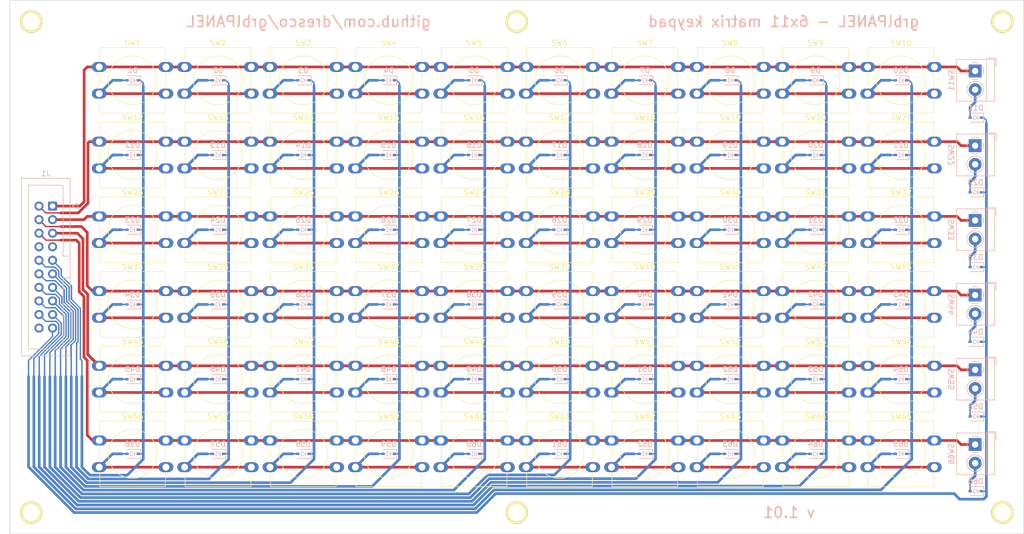
<source format=kicad_pcb>
(kicad_pcb (version 20211014) (generator pcbnew)
  (layers (0 "F.Cu" signal) (31 "B.Cu" signal) (34 "B.Paste" user) (35 "F.Paste" user) (36 "B.SilkS" user "B.Silkscreen") (37 "F.SilkS" user "F.Silkscreen") (38 "B.Mask" user) (39 "F.Mask" user) (44 "Edge.Cuts" user))
  (net 0 "")
  (net 1 "col0")
  (net 2 "Net-(D1-Pad2)")
  (net 3 "col1")
  (net 4 "Net-(D2-Pad2)")
  (net 5 "col2")
  (net 6 "Net-(D3-Pad2)")
  (net 7 "col3")
  (net 8 "Net-(D4-Pad2)")
  (net 9 "col4")
  (net 10 "Net-(D5-Pad2)")
  (net 11 "col5")
  (net 12 "Net-(D6-Pad2)")
  (net 13 "col6")
  (net 14 "Net-(D7-Pad2)")
  (net 15 "col7")
  (net 16 "Net-(D8-Pad2)")
  (net 17 "col8")
  (net 18 "Net-(D9-Pad2)")
  (net 19 "col9")
  (net 20 "Net-(D10-Pad2)")
  (net 21 "col10")
  (net 22 "Net-(D11-Pad2)")
  (net 23 "Net-(D12-Pad2)")
  (net 24 "Net-(D13-Pad2)")
  (net 25 "Net-(D14-Pad2)")
  (net 26 "Net-(D15-Pad2)")
  (net 27 "Net-(D16-Pad2)")
  (net 28 "Net-(D17-Pad2)")
  (net 29 "Net-(D18-Pad2)")
  (net 30 "Net-(D19-Pad2)")
  (net 31 "Net-(D20-Pad2)")
  (net 32 "Net-(D21-Pad2)")
  (net 33 "Net-(D22-Pad2)")
  (net 34 "Net-(D23-Pad2)")
  (net 35 "Net-(D24-Pad2)")
  (net 36 "Net-(D25-Pad2)")
  (net 37 "Net-(D26-Pad2)")
  (net 38 "Net-(D27-Pad2)")
  (net 39 "Net-(D28-Pad2)")
  (net 40 "Net-(D29-Pad2)")
  (net 41 "Net-(D30-Pad2)")
  (net 42 "Net-(D31-Pad2)")
  (net 43 "Net-(D32-Pad2)")
  (net 44 "Net-(D33-Pad2)")
  (net 45 "Net-(D34-Pad2)")
  (net 46 "Net-(D35-Pad2)")
  (net 47 "Net-(D36-Pad2)")
  (net 48 "Net-(D37-Pad2)")
  (net 49 "Net-(D38-Pad2)")
  (net 50 "Net-(D39-Pad2)")
  (net 51 "Net-(D40-Pad2)")
  (net 52 "Net-(D41-Pad2)")
  (net 53 "Net-(D42-Pad2)")
  (net 54 "Net-(D43-Pad2)")
  (net 55 "Net-(D44-Pad2)")
  (net 56 "Net-(D45-Pad2)")
  (net 57 "Net-(D46-Pad2)")
  (net 58 "Net-(D47-Pad2)")
  (net 59 "Net-(D48-Pad2)")
  (net 60 "Net-(D49-Pad2)")
  (net 61 "Net-(D50-Pad2)")
  (net 62 "Net-(D51-Pad2)")
  (net 63 "Net-(D52-Pad2)")
  (net 64 "Net-(D53-Pad2)")
  (net 65 "Net-(D54-Pad2)")
  (net 66 "Net-(D55-Pad2)")
  (net 67 "Net-(D56-Pad2)")
  (net 68 "Net-(D57-Pad2)")
  (net 69 "Net-(D58-Pad2)")
  (net 70 "Net-(D59-Pad2)")
  (net 71 "Net-(D60-Pad2)")
  (net 72 "Net-(D61-Pad2)")
  (net 73 "Net-(D62-Pad2)")
  (net 74 "Net-(D63-Pad2)")
  (net 75 "Net-(D64-Pad2)")
  (net 76 "Net-(D65-Pad2)")
  (net 77 "Net-(D66-Pad2)")
  (net 78 "row0")
  (net 79 "row1")
  (net 80 "row2")
  (net 81 "row3")
  (net 82 "row4")
  (net 83 "row5")
  (footprint "dresco:SW_PUSH_12MM" (layer "F.Cu") (at 150 73)
    (fp_text reference "SW27")
    (fp_text value "SW_Push")
  )
  (footprint "dresco:SW_PUSH_12MM" (layer "F.Cu") (at 182 59)
    (fp_text reference "SW18")
    (fp_text value "SW_Push")
  )
  (footprint "dresco:SW_PUSH_12MM" (layer "F.Cu") (at 214 87)
    (fp_text reference "SW42")
    (fp_text value "SW_Push")
  )
  (footprint "dresco:SW_PUSH_12MM" (layer "F.Cu") (at 102 45)
    (fp_text reference "SW2")
    (fp_text value "SW_Push")
  )
  (footprint "dresco:SW_PUSH_12MM" (layer "F.Cu") (at 198 101)
    (fp_text reference "SW52")
    (fp_text value "SW_Push")
  )
  (footprint "dresco:SW_PUSH_12MM" (layer "F.Cu") (at 118 101)
    (fp_text reference "SW47")
    (fp_text value "SW_Push")
  )
  (footprint "dresco:SW_PUSH_12MM" (layer "F.Cu") (at 166 87)
    (fp_text reference "SW39")
    (fp_text value "SW_Push")
  )
  (footprint "dresco:SW_PUSH_12MM" (layer "F.Cu") (at 102 73)
    (fp_text reference "SW24")
    (fp_text value "SW_Push")
  )
  (footprint "dresco:SW_PUSH_12MM" (layer "F.Cu") (at 102 101)
    (fp_text reference "SW46")
    (fp_text value "SW_Push")
  )
  (footprint "dresco:SW_PUSH_12MM" (layer "F.Cu") (at 134 59)
    (fp_text reference "SW15")
    (fp_text value "SW_Push")
  )
  (footprint "dresco:SW_PUSH_12MM" (layer "F.Cu") (at 182 101)
    (fp_text reference "SW51")
    (fp_text value "SW_Push")
  )
  (footprint "dresco:SW_PUSH_12MM" (layer "F.Cu") (at 150 101)
    (fp_text reference "SW49")
    (fp_text value "SW_Push")
  )
  (footprint "dresco:SW_PUSH_12MM" (layer "F.Cu") (at 166 115)
    (fp_text reference "SW61")
    (fp_text value "SW_Push")
  )
  (footprint "dresco:SW_PUSH_12MM" (layer "F.Cu") (at 166 45)
    (fp_text reference "SW6")
    (fp_text value "SW_Push")
  )
  (footprint "dresco:SW_PUSH_12MM" (layer "F.Cu") (at 86 59)
    (fp_text reference "SW12")
    (fp_text value "SW_Push")
  )
  (footprint "dresco:SW_PUSH_12MM" (layer "F.Cu") (at 230 45)
    (fp_text reference "SW10")
    (fp_text value "SW_Push")
  )
  (footprint "dresco:SW_PUSH_12MM" (layer "F.Cu") (at 118 45)
    (fp_text reference "SW3")
    (fp_text value "SW_Push")
  )
  (footprint "dresco:HOLE_3.2MM" (layer "F.Cu") (at 67 34)
    (fp_text reference "H1" hide)
    (fp_text value "HOLE" hide)
  )
  (footprint "dresco:SW_PUSH_12MM" (layer "F.Cu") (at 230 115)
    (fp_text reference "SW65")
    (fp_text value "SW_Push")
  )
  (footprint "dresco:SW_PUSH_12MM" (layer "F.Cu") (at 134 45)
    (fp_text reference "SW4")
    (fp_text value "SW_Push")
  )
  (footprint "dresco:SW_PUSH_12MM" (layer "F.Cu") (at 86 101)
    (fp_text reference "SW45")
    (fp_text value "SW_Push")
  )
  (footprint "dresco:SW_PUSH_12MM" (layer "F.Cu") (at 150 87)
    (fp_text reference "SW38")
    (fp_text value "SW_Push")
  )
  (footprint "dresco:HOLE_3.2MM" (layer "F.Cu") (at 249 126)
    (fp_text reference "H6" hide)
    (fp_text value "HOLE" hide)
  )
  (footprint "dresco:HOLE_3.2MM" (layer "F.Cu") (at 158 126)
    (fp_text reference "H5" hide)
    (fp_text value "HOLE" hide)
  )
  (footprint "dresco:SW_PUSH_12MM" (layer "F.Cu") (at 230 59)
    (fp_text reference "SW21")
    (fp_text value "SW_Push")
  )
  (footprint "dresco:SW_PUSH_12MM" (layer "F.Cu") (at 198 73)
    (fp_text reference "SW30")
    (fp_text value "SW_Push")
  )
  (footprint "dresco:SW_PUSH_12MM" (layer "F.Cu") (at 86 115)
    (fp_text reference "SW56")
    (fp_text value "SW_Push")
  )
  (footprint "dresco:SW_PUSH_12MM" (layer "F.Cu") (at 198 115)
    (fp_text reference "SW63")
    (fp_text value "SW_Push")
  )
  (footprint "dresco:SW_PUSH_12MM" (layer "F.Cu") (at 102 87)
    (fp_text reference "SW35")
    (fp_text value "SW_Push")
  )
  (footprint "dresco:SW_PUSH_12MM" (layer "F.Cu") (at 198 45)
    (fp_text reference "SW8")
    (fp_text value "SW_Push")
  )
  (footprint "dresco:SW_PUSH_12MM" (layer "F.Cu") (at 86 87)
    (fp_text reference "SW34")
    (fp_text value "SW_Push")
  )
  (footprint "dresco:SW_PUSH_12MM" (layer "F.Cu") (at 118 73)
    (fp_text reference "SW25")
    (fp_text value "SW_Push")
  )
  (footprint "dresco:SW_PUSH_12MM" (layer "F.Cu") (at 214 101)
    (fp_text reference "SW53")
    (fp_text value "SW_Push")
  )
  (footprint "dresco:SW_PUSH_12MM" (layer "F.Cu") (at 182 45)
    (fp_text reference "SW7")
    (fp_text value "SW_Push")
  )
  (footprint "dresco:SW_PUSH_12MM" (layer "F.Cu") (at 182 73)
    (fp_text reference "SW29")
    (fp_text value "SW_Push")
  )
  (footprint "dresco:SW_PUSH_12MM" (layer "F.Cu") (at 214 115)
    (fp_text reference "SW64")
    (fp_text value "SW_Push")
  )
  (footprint "dresco:HOLE_3.2MM" (layer "F.Cu") (at 67 126)
    (fp_text reference "H4" hide)
    (fp_text value "HOLE" hide)
  )
  (footprint "dresco:SW_PUSH_12MM" (layer "F.Cu") (at 118 115)
    (fp_text reference "SW58")
    (fp_text value "SW_Push")
  )
  (footprint "dresco:SW_PUSH_12MM" (layer "F.Cu") (at 198 59)
    (fp_text reference "SW19")
    (fp_text value "SW_Push")
  )
  (footprint "dresco:SW_PUSH_12MM" (layer "F.Cu") (at 150 59)
    (fp_text reference "SW16")
    (fp_text value "SW_Push")
  )
  (footprint "dresco:SW_PUSH_12MM" (layer "F.Cu") (at 214 73)
    (fp_text reference "SW31")
    (fp_text value "SW_Push")
  )
  (footprint "dresco:SW_PUSH_12MM" (layer "F.Cu") (at 86 45)
    (fp_text reference "SW1")
    (fp_text value "SW_Push")
  )
  (footprint "dresco:SW_PUSH_12MM" (layer "F.Cu") (at 134 115)
    (fp_text reference "SW59")
    (fp_text value "SW_Push")
  )
  (footprint "dresco:SW_PUSH_12MM" (layer "F.Cu") (at 118 87)
    (fp_text reference "SW36")
    (fp_text value "SW_Push")
  )
  (footprint "dresco:SW_PUSH_12MM" (layer "F.Cu") (at 230 73)
    (fp_text reference "SW32")
    (fp_text value "SW_Push")
  )
  (footprint "dresco:SW_PUSH_12MM" (layer "F.Cu") (at 166 59)
    (fp_text reference "SW17")
    (fp_text value "SW_Push")
  )
  (footprint "dresco:SW_PUSH_12MM" (layer "F.Cu") (at 86 73)
    (fp_text reference "SW23")
    (fp_text value "SW_Push")
  )
  (footprint "dresco:SW_PUSH_12MM" (layer "F.Cu") (at 150 45)
    (fp_text reference "SW5")
    (fp_text value "SW_Push")
  )
  (footprint "dresco:SW_PUSH_12MM" (layer "F.Cu") (at 182 87)
    (fp_text reference "SW40")
    (fp_text value "SW_Push")
  )
  (footprint "dresco:SW_PUSH_12MM" (layer "F.Cu") (at 134 73)
    (fp_text reference "SW26")
    (fp_text value "SW_Push")
  )
  (footprint "dresco:HOLE_3.2MM" (layer "F.Cu") (at 158 34)
    (fp_text reference "H2" hide)
    (fp_text value "HOLE" hide)
  )
  (footprint "dresco:SW_PUSH_12MM" (layer "F.Cu") (at 166 101)
    (fp_text reference "SW50")
    (fp_text value "SW_Push")
  )
  (footprint "dresco:SW_PUSH_12MM" (layer "F.Cu") (at 134 101)
    (fp_text reference "SW48")
    (fp_text value "SW_Push")
  )
  (footprint "dresco:HOLE_3.2MM" (layer "F.Cu") (at 249 34)
    (fp_text reference "H3" hide)
    (fp_text value "HOLE" hide)
  )
  (footprint "dresco:SW_PUSH_12MM" (layer "F.Cu") (at 102 115)
    (fp_text reference "SW57")
    (fp_text value "SW_Push")
  )
  (footprint "dresco:SW_PUSH_12MM" (layer "F.Cu") (at 150 115)
    (fp_text reference "SW60")
    (fp_text value "SW_Push")
  )
  (footprint "dresco:SW_PUSH_12MM" (layer "F.Cu") (at 102 59)
    (fp_text reference "SW13")
    (fp_text value "SW_Push")
  )
  (footprint "dresco:SW_PUSH_12MM" (layer "F.Cu") (at 118 59)
    (fp_text reference "SW14")
    (fp_text value "SW_Push")
  )
  (footprint "dresco:SW_PUSH_12MM" (layer "F.Cu") (at 214 45)
    (fp_text reference "SW9")
    (fp_text value "SW_Push")
  )
  (footprint "dresco:SW_PUSH_12MM" (layer "F.Cu") (at 166 73)
    (fp_text reference "SW28")
    (fp_text value "SW_Push")
  )
  (footprint "dresco:SW_PUSH_12MM" (layer "F.Cu") (at 198 87)
    (fp_text reference "SW41")
    (fp_text value "SW_Push")
  )
  (footprint "dresco:SW_PUSH_12MM" (layer "F.Cu") (at 134 87)
    (fp_text reference "SW37")
    (fp_text value "SW_Push")
  )
  (footprint "dresco:SW_PUSH_12MM" (layer "F.Cu") (at 182 115)
    (fp_text reference "SW62")
    (fp_text value "SW_Push")
  )
  (footprint "dresco:SW_PUSH_12MM" (layer "F.Cu") (at 214 59)
    (fp_text reference "SW20")
    (fp_text value "SW_Push")
  )
  (footprint "dresco:SW_PUSH_12MM" (layer "F.Cu") (at 230 101)
    (fp_text reference "SW54")
    (fp_text value "SW_Push")
  )
  (footprint "dresco:SW_PUSH_12MM" (layer "F.Cu") (at 230 87)
    (fp_text reference "SW43")
    (fp_text value "SW_Push")
  )
  (footprint "dresco:D_SOD-323" (layer "B.Cu") (at 118 87 180)
    (fp_text reference "D36")
    (fp_text value "D")
  )
  (footprint "dresco:D_SOD-323" (layer "B.Cu") (at 182 45 180)
    (fp_text reference "D7")
    (fp_text value "D")
  )
  (footprint "dresco:D_SOD-323" (layer "B.Cu") (at 102 73 180)
    (fp_text reference "D24")
    (fp_text value "D")
  )
  (footprint "dresco:D_SOD-323" (layer "B.Cu") (at 86 101 180)
    (fp_text reference "D45")
    (fp_text value "D")
  )
  (footprint "dresco:D_SOD-323" (layer "B.Cu") (at 244 52 180)
    (fp_text reference "D11")
    (fp_text value "D")
  )
  (footprint "dresco:D_SOD-323" (layer "B.Cu") (at 214 101 180)
    (fp_text reference "D53")
    (fp_text value "D")
  )
  (footprint "dresco:D_SOD-323" (layer "B.Cu") (at 134 73 180)
    (fp_text reference "D26")
    (fp_text value "D")
  )
  (footprint "dresco:D_SOD-323" (layer "B.Cu") (at 150 87 180)
    (fp_text reference "D38")
    (fp_text value "D")
  )
  (footprint "dresco:D_SOD-323" (layer "B.Cu") (at 134 87 180)
    (fp_text reference "D37")
    (fp_text value "D")
  )
  (footprint "dresco:D_SOD-323" (layer "B.Cu") (at 214 87 180)
    (fp_text reference "D42")
    (fp_text value "D")
  )
  (footprint "dresco:D_SOD-323" (layer "B.Cu") (at 86 115 180)
    (fp_text reference "D56")
    (fp_text value "D")
  )
  (footprint "dresco:D_SOD-323" (layer "B.Cu") (at 134 115 180)
    (fp_text reference "D59")
    (fp_text value "D")
  )
  (footprint "dresco:D_SOD-323" (layer "B.Cu") (at 134 45 180)
    (fp_text reference "D4")
    (fp_text value "D")
  )
  (footprint "dresco:D_SOD-323" (layer "B.Cu") (at 166 115 180)
    (fp_text reference "D61")
    (fp_text value "D")
  )
  (footprint "dresco:SCREW_TERMINAL_3.5MM_X2" (layer "B.Cu") (at 243.9 43.25 -90)
    (fp_text reference "SW11")
    (fp_text value "SW_Push")
  )
  (footprint "dresco:D_SOD-323" (layer "B.Cu") (at 166 59 180)
    (fp_text reference "D17")
    (fp_text value "D")
  )
  (footprint "dresco:D_SOD-323" (layer "B.Cu") (at 86 59 180)
    (fp_text reference "D12")
    (fp_text value "D")
  )
  (footprint "dresco:D_SOD-323" (layer "B.Cu") (at 134 59 180)
    (fp_text reference "D15")
    (fp_text value "D")
  )
  (footprint "dresco:D_SOD-323" (layer "B.Cu") (at 244 94 180)
    (fp_text reference "D44")
    (fp_text value "D")
  )
  (footprint "dresco:D_SOD-323" (layer "B.Cu") (at 214 73 180)
    (fp_text reference "D31")
    (fp_text value "D")
  )
  (footprint "dresco:D_SOD-323" (layer "B.Cu") (at 102 115 180)
    (fp_text reference "D57")
    (fp_text value "D")
  )
  (footprint "dresco:D_SOD-323" (layer "B.Cu") (at 198 45 180)
    (fp_text reference "D8")
    (fp_text value "D")
  )
  (footprint "dresco:D_SOD-323" (layer "B.Cu") (at 214 45 180)
    (fp_text reference "D9")
    (fp_text value "D")
  )
  (footprint "dresco:D_SOD-323" (layer "B.Cu") (at 230 115 180)
    (fp_text reference "D65")
    (fp_text value "D")
  )
  (footprint "dresco:D_SOD-323" (layer "B.Cu") (at 102 101 180)
    (fp_text reference "D46")
    (fp_text value "D")
  )
  (footprint "dresco:D_SOD-323" (layer "B.Cu") (at 214 59 180)
    (fp_text reference "D20")
    (fp_text value "D")
  )
  (footprint "dresco:SCREW_TERMINAL_3.5MM_X2" (layer "B.Cu") (at 243.9 57.25 -90)
    (fp_text reference "SW22")
    (fp_text value "SW_Push")
  )
  (footprint "dresco:D_SOD-323" (layer "B.Cu") (at 182 87 180)
    (fp_text reference "D40")
    (fp_text value "D")
  )
  (footprint "dresco:D_SOD-323" (layer "B.Cu") (at 244 80 180)
    (fp_text reference "D33")
    (fp_text value "D")
  )
  (footprint "dresco:D_SOD-323" (layer "B.Cu") (at 102 59 180)
    (fp_text reference "D13")
    (fp_text value "D")
  )
  (footprint "dresco:D_SOD-323" (layer "B.Cu") (at 198 115 180)
    (fp_text reference "D63")
    (fp_text value "D")
  )
  (footprint "dresco:D_SOD-323" (layer "B.Cu") (at 198 101 180)
    (fp_text reference "D52")
    (fp_text value "D")
  )
  (footprint "dresco:SCREW_TERMINAL_3.5MM_X2" (layer "B.Cu") (at 243.9 113.25 -90)
    (fp_text reference "SW66")
    (fp_text value "SW_Push")
  )
  (footprint "dresco:D_SOD-323" (layer "B.Cu") (at 214 115 180)
    (fp_text reference "D64")
    (fp_text value "D")
  )
  (footprint "dresco:D_SOD-323" (layer "B.Cu") (at 166 87 180)
    (fp_text reference "D39")
    (fp_text value "D")
  )
  (footprint "dresco:D_SOD-323" (layer "B.Cu") (at 198 59 180)
    (fp_text reference "D19")
    (fp_text value "D")
  )
  (footprint "dresco:D_SOD-323" (layer "B.Cu") (at 244 122 180)
    (fp_text reference "D66")
    (fp_text value "D")
  )
  (footprint "dresco:D_SOD-323" (layer "B.Cu") (at 198 73 180)
    (fp_text reference "D30")
    (fp_text value "D")
  )
  (footprint "dresco:D_SOD-323" (layer "B.Cu") (at 166 45 180)
    (fp_text reference "D6")
    (fp_text value "D")
  )
  (footprint "dresco:D_SOD-323" (layer "B.Cu") (at 150 115 180)
    (fp_text reference "D60")
    (fp_text value "D")
  )
  (footprint "dresco:D_SOD-323" (layer "B.Cu") (at 230 59 180)
    (fp_text reference "D21")
    (fp_text value "D")
  )
  (footprint "dresco:D_SOD-323" (layer "B.Cu") (at 86 87 180)
    (fp_text reference "D34")
    (fp_text value "D")
  )
  (footprint "dresco:D_SOD-323" (layer "B.Cu") (at 150 101 180)
    (fp_text reference "D49")
    (fp_text value "D")
  )
  (footprint "dresco:D_SOD-323" (layer "B.Cu") (at 150 45 180)
    (fp_text reference "D5")
    (fp_text value "D")
  )
  (footprint "dresco:D_SOD-323" (layer "B.Cu") (at 118 115 180)
    (fp_text reference "D58")
    (fp_text value "D")
  )
  (footprint "dresco:D_SOD-323" (layer "B.Cu") (at 166 73 180)
    (fp_text reference "D28")
    (fp_text value "D")
  )
  (footprint "dresco:D_SOD-323" (layer "B.Cu") (at 86 45 180)
    (fp_text reference "D1")
    (fp_text value "D")
  )
  (footprint "dresco:D_SOD-323" (layer "B.Cu") (at 230 73 180)
    (fp_text reference "D32")
    (fp_text value "D")
  )
  (footprint "dresco:D_SOD-323" (layer "B.Cu") (at 166 101 180)
    (fp_text reference "D50")
    (fp_text value "D")
  )
  (footprint "dresco:D_SOD-323" (layer "B.Cu") (at 198 87 180)
    (fp_text reference "D41")
    (fp_text value "D")
  )
  (footprint "dresco:D_SOD-323" (layer "B.Cu") (at 230 101 180)
    (fp_text reference "D54")
    (fp_text value "D")
  )
  (footprint "dresco:D_SOD-323" (layer "B.Cu") (at 118 59 180)
    (fp_text reference "D14")
    (fp_text value "D")
  )
  (footprint "dresco:D_SOD-323" (layer "B.Cu") (at 230 45 180)
    (fp_text reference "D10")
    (fp_text value "D")
  )
  (footprint "dresco:D_SOD-323" (layer "B.Cu") (at 102 45 180)
    (fp_text reference "D2")
    (fp_text value "D")
  )
  (footprint "dresco:D_SOD-323" (layer "B.Cu") (at 230 87 180)
    (fp_text reference "D43")
    (fp_text value "D")
  )
  (footprint "dresco:D_SOD-323" (layer "B.Cu") (at 118 101 180)
    (fp_text reference "D47")
    (fp_text value "D")
  )
  (footprint "dresco:D_SOD-323" (layer "B.Cu") (at 134 101 180)
    (fp_text reference "D48")
    (fp_text value "D")
  )
  (footprint "dresco:D_SOD-323" (layer "B.Cu") (at 244 66 180)
    (fp_text reference "D22")
    (fp_text value "D")
  )
  (footprint "dresco:D_SOD-323" (layer "B.Cu") (at 86 73 180)
    (fp_text reference "D23")
    (fp_text value "D")
  )
  (footprint "dresco:SCREW_TERMINAL_3.5MM_X2" (layer "B.Cu") (at 243.9 99.25 -90)
    (fp_text reference "SW55")
    (fp_text value "SW_Push")
  )
  (footprint "dresco:D_SOD-323" (layer "B.Cu") (at 150 59 180)
    (fp_text reference "D16")
    (fp_text value "D")
  )
  (footprint "dresco:SCREW_TERMINAL_3.5MM_X2" (layer "B.Cu") (at 243.9 71.25 -90)
    (fp_text reference "SW33")
    (fp_text value "SW_Push")
  )
  (footprint "dresco:D_SOD-323" (layer "B.Cu") (at 182 115 180)
    (fp_text reference "D62")
    (fp_text value "D")
  )
  (footprint "dresco:IDC-Header_2x10_P2.54mm_Vertical" (layer "B.Cu") (at 71 68.57 180)
    (fp_text reference "J1")
    (fp_text value "Conn_02x10_Odd_Even")
  )
  (footprint "dresco:D_SOD-323" (layer "B.Cu") (at 118 45 180)
    (fp_text reference "D3")
    (fp_text value "D")
  )
  (footprint "dresco:D_SOD-323" (layer "B.Cu") (at 244 108 180)
    (fp_text reference "D55")
    (fp_text value "D")
  )
  (footprint "dresco:D_SOD-323" (layer "B.Cu") (at 182 59 180)
    (fp_text reference "D18")
    (fp_text value "D")
  )
  (footprint "dresco:D_SOD-323" (layer "B.Cu") (at 182 73 180)
    (fp_text reference "D29")
    (fp_text value "D")
  )
  (footprint "dresco:D_SOD-323" (layer "B.Cu") (at 102 87 180)
    (fp_text reference "D35")
    (fp_text value "D")
  )
  (footprint "dresco:SCREW_TERMINAL_3.5MM_X2" (layer "B.Cu") (at 243.9 85.25 -90)
    (fp_text reference "SW44")
    (fp_text value "SW_Push")
  )
  (footprint "dresco:D_SOD-323" (layer "B.Cu") (at 150 73 180)
    (fp_text reference "D27")
    (fp_text value "D")
  )
  (footprint "dresco:D_SOD-323" (layer "B.Cu") (at 182 101 180)
    (fp_text reference "D51")
    (fp_text value "D")
  )
  (footprint "dresco:D_SOD-323" (layer "B.Cu") (at 118 73 180)
    (fp_text reference "D25")
    (fp_text value "D")
  )
  (gr_line (start 253 130) (end 63 130) (layer "Edge.Cuts") (width 0.1))
  (gr_line (start 63 130) (end 63 30) (layer "Edge.Cuts") (width 0.1))
  (gr_line (start 253 30) (end 253 130) (layer "Edge.Cuts") (width 0.1))
  (gr_line (start 63 30) (end 253 30) (layer "Edge.Cuts") (width 0.1))
  (gr_text "v 1.01" (at 209 126) (layer "B.SilkS") (effects (font (size 2 2) (thickness 0.3)) (justify mirror)))
  (gr_text "github.com/dresco/grblPANEL" (at 119 34) (layer "B.SilkS") (effects (font (size 2 2) (thickness 0.3)) (justify mirror)))
  (gr_text "grblPANEL - 6x11 matrix keypad" (at 208 34) (layer "B.SilkS") (effects (font (size 2 2) (thickness 0.3)) (justify mirror)))
  (segment (start 87.05 87) (end 88 87) (width 0.25) (layer "B.Cu") (net 1))
  (segment (start 87.05 115) (end 88 115) (width 0.25) (layer "B.Cu") (net 1))
  (segment (start 72.624031 80.354031) (end 72.624031 81.627595) (width 0.25) (layer "B.Cu") (net 1))
  (segment (start 76.5 97.5) (end 76.5 100.5) (width 0.25) (layer "B.Cu") (net 1))
  (segment (start 87.05 101) (end 88 101) (width 0.25) (layer "B.Cu") (net 1))
  (segment (start 71 78.73) (end 72.624031 80.354031) (width 0.25) (layer "B.Cu") (net 1))
  (segment (start 78 119) (end 85 119) (width 0.5) (layer "B.Cu") (net 1))
  (segment (start 87.05 73) (end 88 73) (width 0.25) (layer "B.Cu") (net 1))
  (segment (start 87.05 45) (end 87.5 45) (width 0.25) (layer "B.Cu") (net 1))
  (segment (start 88 87) (end 88 73) (width 0.5) (layer "B.Cu") (net 1))
  (segment (start 72.624031 81.627595) (end 74.5476 83.551165) (width 0.25) (layer "B.Cu") (net 1))
  (segment (start 87.05 59) (end 88 59) (width 0.25) (layer "B.Cu") (net 1))
  (segment (start 88 115) (end 88 101) (width 0.5) (layer "B.Cu") (net 1))
  (segment (start 88 45.5) (end 88 46) (width 0.25) (layer "B.Cu") (net 1))
  (segment (start 76.5 100.5) (end 76.5 117.5) (width 0.5) (layer "B.Cu") (net 1))
  (segment (start 76.22068 97.22068) (end 76.5 97.5) (width 0.25) (layer "B.Cu") (net 1))
  (segment (start 74.5476 86.058294) (end 76.22068 87.731376) (width 0.25) (layer "B.Cu") (net 1))
  (segment (start 88 116) (end 88 115) (width 0.5) (layer "B.Cu") (net 1))
  (segment (start 76.22068 87.731376) (end 76.22068 97.22068) (width 0.25) (layer "B.Cu") (net 1))
  (segment (start 74.5476 83.551165) (end 74.5476 86.058294) (width 0.25) (layer "B.Cu") (net 1))
  (segment (start 88 73) (end 88 46) (width 0.5) (layer "B.Cu") (net 1))
  (segment (start 76.5 117.5) (end 78 119) (width 0.5) (layer "B.Cu") (net 1))
  (segment (start 85 119) (end 88 116) (width 0.5) (layer "B.Cu") (net 1))
  (segment (start 87.5 45) (end 88 45.5) (width 0.25) (layer "B.Cu") (net 1))
  (segment (start 88 101) (end 88 87) (width 0.5) (layer "B.Cu") (net 1))
  (segment (start 79.75 47.5) (end 92.25 47.5) (width 0.5) (layer "F.Cu") (net 2))
  (segment (start 84 45) (end 82.25 45) (width 0.5) (layer "B.Cu") (net 2))
  (segment (start 84.95 45) (end 84 45) (width 0.25) (layer "B.Cu") (net 2))
  (segment (start 82.25 45) (end 79.75 47.5) (width 0.5) (layer "B.Cu") (net 2))
  (segment (start 104 87) (end 104 73) (width 0.5) (layer "B.Cu") (net 3))
  (segment (start 75.77116 93.950299) (end 75.5 94.221459) (width 0.25) (layer "B.Cu") (net 3))
  (segment (start 103.05 45) (end 103.5 45) (width 0.25) (layer "B.Cu") (net 3))
  (segment (start 74.09808 86.244491) (end 75.77116 87.917573) (width 0.25) (layer "B.Cu") (net 3))
  (segment (start 104 45.5) (end 104 46) (width 0.25) (layer "B.Cu") (net 3))
  (segment (start 75.5 117.5) (end 77.69952 119.69952) (width 0.5) (layer "B.Cu") (net 3))
  (segment (start 71.39101 80) (end 72.174511 80.783501) (width 0.25) (layer "B.Cu") (net 3))
  (segment (start 104 116) (end 104 115) (width 0.5) (layer "B.Cu") (net 3))
  (segment (start 103.05 87) (end 104 87) (width 0.25) (layer "B.Cu") (net 3))
  (segment (start 104 115) (end 104 101) (width 0.5) (layer "B.Cu") (net 3))
  (segment (start 103.05 73) (end 104 73) (width 0.25) (layer "B.Cu") (net 3))
  (segment (start 103.05 101) (end 104 101) (width 0.25) (layer "B.Cu") (net 3))
  (segment (start 104 101) (end 104 87) (width 0.5) (layer "B.Cu") (net 3))
  (segment (start 104 46) (end 104 59) (width 0.5) (layer "B.Cu") (net 3))
  (segment (start 100.30048 119.69952) (end 104 116) (width 0.5) (layer "B.Cu") (net 3))
  (segment (start 72.174511 81.813793) (end 74.09808 83.737362) (width 0.25) (layer "B.Cu") (net 3))
  (segment (start 77.69952 119.69952) (end 100.30048 119.69952) (width 0.5) (layer "B.Cu") (net 3))
  (segment (start 75.5 100.5) (end 75.5 117.5) (width 0.5) (layer "B.Cu") (net 3))
  (segment (start 68.46 78.73) (end 69.73 80) (width 0.25) (layer "B.Cu") (net 3))
  (segment (start 74.09808 83.737362) (end 74.09808 86.244491) (width 0.25) (layer "B.Cu") (net 3))
  (segment (start 103.05 59) (end 104 59) (width 0.25) (layer "B.Cu") (net 3))
  (segment (start 103.5 45) (end 104 45.5) (width 0.25) (layer "B.Cu") (net 3))
  (segment (start 75.77116 87.917573) (end 75.77116 93.950299) (width 0.25) (layer "B.Cu") (net 3))
  (segment (start 72.174511 80.783501) (end 72.174511 81.813793) (width 0.25) (layer "B.Cu") (net 3))
  (segment (start 103.05 115) (end 104 115) (width 0.25) (layer "B.Cu") (net 3))
  (segment (start 104 73) (end 104 59) (width 0.5) (layer "B.Cu") (net 3))
  (segment (start 69.73 80) (end 71.39101 80) (width 0.25) (layer "B.Cu") (net 3))
  (segment (start 75.5 94.221459) (end 75.5 100.5) (width 0.25) (layer "B.Cu") (net 3))
  (segment (start 95.75 47.5) (end 108.25 47.5) (width 0.5) (layer "F.Cu") (net 4))
  (segment (start 98.25 45) (end 95.75 47.5) (width 0.5) (layer "B.Cu") (net 4))
  (segment (start 100 45) (end 98.25 45) (width 0.5) (layer "B.Cu") (net 4))
  (segment (start 100.95 45) (end 100 45) (width 0.25) (layer "B.Cu") (net 4))
  (segment (start 120 45.5) (end 120 46) (width 0.25) (layer "B.Cu") (net 5))
  (segment (start 74.5 94.585744) (end 75.32164 93.764102) (width 0.25) (layer "B.Cu") (net 5))
  (segment (start 120 87) (end 120 73) (width 0.5) (layer "B.Cu") (net 5))
  (segment (start 74.5 117.5) (end 77.39904 120.39904) (width 0.5) (layer "B.Cu") (net 5))
  (segment (start 119.5 45) (end 120 45.5) (width 0.25) (layer "B.Cu") (net 5))
  (segment (start 73.64856 83.92356) (end 71 81.275) (width 0.25) (layer "B.Cu") (net 5))
  (segment (start 119.05 101) (end 120 101) (width 0.25) (layer "B.Cu") (net 5))
  (segment (start 77.39904 120.39904) (end 115.60096 120.39904) (width 0.5) (layer "B.Cu") (net 5))
  (segment (start 74.5 100.5) (end 74.5 117.5) (width 0.5) (layer "B.Cu") (net 5))
  (segment (start 120 115) (end 120 101) (width 0.5) (layer "B.Cu") (net 5))
  (segment (start 119.05 73) (end 120 73) (width 0.25) (layer "B.Cu") (net 5))
  (segment (start 75.32164 93.764102) (end 75.32164 88.10377) (width 0.25) (layer "B.Cu") (net 5))
  (segment (start 120 59) (end 120 46) (width 0.5) (layer "B.Cu") (net 5))
  (segment (start 73.64856 86.430689) (end 73.64856 83.92356) (width 0.25) (layer "B.Cu") (net 5))
  (segment (start 75.32164 88.10377) (end 73.64856 86.430689) (width 0.25) (layer "B.Cu") (net 5))
  (segment (start 120 101) (end 120 87) (width 0.5) (layer "B.Cu") (net 5))
  (segment (start 119.05 45) (end 119.5 45) (width 0.25) (layer "B.Cu") (net 5))
  (segment (start 74.5 100.5) (end 74.5 94.585744) (width 0.25) (layer "B.Cu") (net 5))
  (segment (start 115.60096 120.39904) (end 120 116) (width 0.5) (layer "B.Cu") (net 5))
  (segment (start 119.05 59) (end 120 59) (width 0.25) (layer "B.Cu") (net 5))
  (segment (start 119.05 115) (end 120 115) (width 0.25) (layer "B.Cu") (net 5))
  (segment (start 71 81.275) (end 71 81.27) (width 0.25) (layer "B.Cu") (net 5))
  (segment (start 120 116) (end 120 115) (width 0.5) (layer "B.Cu") (net 5))
  (segment (start 119.05 87) (end 120 87) (width 0.25) (layer "B.Cu") (net 5))
  (segment (start 120 73) (end 120 59) (width 0.5) (layer "B.Cu") (net 5))
  (segment (start 111.75 47.5) (end 124.25 47.5) (width 0.5) (layer "F.Cu") (net 6))
  (segment (start 114.25 45) (end 111.75 47.5) (width 0.5) (layer "B.Cu") (net 6))
  (segment (start 116 45) (end 114.25 45) (width 0.5) (layer "B.Cu") (net 6))
  (segment (start 116.95 45) (end 116 45) (width 0.25) (layer "B.Cu") (net 6))
  (segment (start 136 73) (end 136 87) (width 0.5) (layer "B.Cu") (net 7))
  (segment (start 136 115) (end 136 101) (width 0.5) (layer "B.Cu") (net 7))
  (segment (start 130.90144 121.09856) (end 136 116) (width 0.5) (layer "B.Cu") (net 7))
  (segment (start 135.05 59) (end 136 59) (width 0.25) (layer "B.Cu") (net 7))
  (segment (start 73.19904 84.27404) (end 71.475 82.55) (width 0.25) (layer "B.Cu") (net 7))
  (segment (start 136 87) (end 136 101) (width 0.5) (layer "B.Cu") (net 7))
  (segment (start 73.5 94.950026) (end 74.87212 93.577905) (width 0.25) (layer "B.Cu") (net 7))
  (segment (start 135.05 115) (end 136 115) (width 0.25) (layer "B.Cu") (net 7))
  (segment (start 74.87212 88.289967) (end 73.19904 86.616887) (width 0.25) (layer "B.Cu") (net 7))
  (segment (start 135.05 87) (end 136 87) (width 0.25) (layer "B.Cu") (net 7))
  (segment (start 77.09856 121.09856) (end 130.90144 121.09856) (width 0.5) (layer "B.Cu") (net 7))
  (segment (start 73.5 100.5) (end 73.5 117.5) (width 0.5) (layer "B.Cu") (net 7))
  (segment (start 136 45.5) (end 136 46) (width 0.25) (layer "B.Cu") (net 7))
  (segment (start 73.19904 86.616887) (end 73.19904 84.27404) (width 0.25) (layer "B.Cu") (net 7))
  (segment (start 69.74 82.55) (end 68.46 81.27) (width 0.25) (layer "B.Cu") (net 7))
  (segment (start 73.5 100.5) (end 73.5 94.950026) (width 0.25) (layer "B.Cu") (net 7))
  (segment (start 74.87212 93.577905) (end 74.87212 88.289967) (width 0.25) (layer "B.Cu") (net 7))
  (segment (start 135.05 101) (end 136 101) (width 0.25) (layer "B.Cu") (net 7))
  (segment (start 71.475 82.55) (end 69.74 82.55) (width 0.25) (layer "B.Cu") (net 7))
  (segment (start 135.05 73) (end 136 73) (width 0.25) (layer "B.Cu") (net 7))
  (segment (start 73.5 117.5) (end 77.09856 121.09856) (width 0.5) (layer "B.Cu") (net 7))
  (segment (start 135.05 45) (end 135.5 45) (width 0.25) (layer "B.Cu") (net 7))
  (segment (start 136 73) (end 136 59) (width 0.5) (layer "B.Cu") (net 7))
  (segment (start 136 116) (end 136 115) (width 0.5) (layer "B.Cu") (net 7))
  (segment (start 136 59) (end 136 46) (width 0.5) (layer "B.Cu") (net 7))
  (segment (start 135.5 45) (end 136 45.5) (width 0.25) (layer "B.Cu") (net 7))
  (segment (start 127.75 47.5) (end 140.25 47.5) (width 0.5) (layer "F.Cu") (net 8))
  (segment (start 132.95 45) (end 132 45) (width 0.25) (layer "B.Cu") (net 8))
  (segment (start 130.25 45) (end 127.75 47.5) (width 0.5) (layer "B.Cu") (net 8))
  (segment (start 132 45) (end 130.25 45) (width 0.5) (layer "B.Cu") (net 8))
  (segment (start 152 101) (end 152 87) (width 0.5) (layer "B.Cu") (net 9))
  (segment (start 72.5 100.5) (end 72.5 95.314308) (width 0.25) (layer "B.Cu") (net 9))
  (segment (start 152 59) (end 152 46) (width 0.5) (layer "B.Cu") (net 9))
  (segment (start 74.4226 93.391708) (end 74.4226 88.476166) (width 0.25) (layer "B.Cu") (net 9))
  (segment (start 152 73) (end 152 59) (width 0.5) (layer "B.Cu") (net 9))
  (segment (start 151.05 87) (end 152 87) (width 0.25) (layer "B.Cu") (net 9))
  (segment (start 76.79808 121.79808) (end 146.20192 121.79808) (width 0.5) (layer "B.Cu") (net 9))
  (segment (start 151.05 59) (end 152 59) (width 0.25) (layer "B.Cu") (net 9))
  (segment (start 151.05 73) (end 152 73) (width 0.25) (layer "B.Cu") (net 9))
  (segment (start 152 116) (end 152 115) (width 0.5) (layer "B.Cu") (net 9))
  (segment (start 72.5 95.314308) (end 74.4226 93.391708) (width 0.25) (layer "B.Cu") (net 9))
  (segment (start 72.5 100.5) (end 72.5 117.5) (width 0.5) (layer "B.Cu") (net 9))
  (segment (start 152 45.5) (end 152 46) (width 0.25) (layer "B.Cu") (net 9))
  (segment (start 146.20192 121.79808) (end 152 116) (width 0.5) (layer "B.Cu") (net 9))
  (segment (start 72.74952 85.57452) (end 71 83.825) (width 0.25) (layer "B.Cu") (net 9))
  (segment (start 151.05 45) (end 151.5 45) (width 0.25) (layer "B.Cu") (net 9))
  (segment (start 74.4226 88.476166) (end 72.74952 86.803084) (width 0.25) (layer "B.Cu") (net 9))
  (segment (start 152 87) (end 152 73) (width 0.5) (layer "B.Cu") (net 9))
  (segment (start 72.5 117.5) (end 76.79808 121.79808) (width 0.5) (layer "B.Cu") (net 9))
  (segment (start 71 83.825) (end 71 83.81) (width 0.25) (layer "B.Cu") (net 9))
  (segment (start 151.5 45) (end 152 45.5) (width 0.25) (layer "B.Cu") (net 9))
  (segment (start 151.05 101) (end 152 101) (width 0.25) (layer "B.Cu") (net 9))
  (segment (start 72.74952 86.803084) (end 72.74952 85.57452) (width 0.25) (layer "B.Cu") (net 9))
  (segment (start 151.05 115) (end 152 115) (width 0.25) (layer "B.Cu") (net 9))
  (segment (start 152 115) (end 152 101) (width 0.5) (layer "B.Cu") (net 9))
  (segment (start 143.75 47.5) (end 156.25 47.5) (width 0.5) (layer "F.Cu") (net 10))
  (segment (start 146.25 45) (end 143.75 47.5) (width 0.5) (layer "B.Cu") (net 10))
  (segment (start 148 45) (end 146.25 45) (width 0.5) (layer "B.Cu") (net 10))
  (segment (start 148.95 45) (end 148 45) (width 0.25) (layer "B.Cu") (net 10))
  (segment (start 165.05 118.95) (end 168 116) (width 0.5) (layer "B.Cu") (net 11))
  (segment (start 168 87) (end 168 73) (width 0.5) (layer "B.Cu") (net 11))
  (segment (start 167.05 45) (end 167.5 45) (width 0.25) (layer "B.Cu") (net 11))
  (segment (start 71.5 100.5) (end 71.5 117.5) (width 0.5) (layer "B.Cu") (net 11))
  (segment (start 152.55 118.95) (end 165.05 118.95) (width 0.5) (layer "B.Cu") (net 11))
  (segment (start 168 115) (end 168 101) (width 0.5) (layer "B.Cu") (net 11))
  (segment (start 149 122.5) (end 152.55 118.95) (width 0.5) (layer "B.Cu") (net 11))
  (segment (start 72.3 86.989282) (end 73.97308 88.662363) (width 0.25) (layer "B.Cu") (net 11))
  (segment (start 168 59) (end 168 46) (width 0.5) (layer "B.Cu") (net 11))
  (segment (start 68.46 83.81) (end 69.75 85.1) (width 0.25) (layer "B.Cu") (net 11))
  (segment (start 71.525 85.1) (end 72.3 85.875) (width 0.25) (layer "B.Cu") (net 11))
  (segment (start 73.97308 93.20551) (end 71.5 95.67859) (width 0.25) (layer "B.Cu") (net 11))
  (segment (start 71.5 117.5) (end 76.5 122.5) (width 0.5) (layer "B.Cu") (net 11))
  (segment (start 167.05 115) (end 168 115) (width 0.25) (layer "B.Cu") (net 11))
  (segment (start 168 101) (end 168 87) (width 0.5) (layer "B.Cu") (net 11))
  (segment (start 167.05 59) (end 168 59) (width 0.25) (layer "B.Cu") (net 11))
  (segment (start 167.05 73) (end 168 73) (width 0.25) (layer "B.Cu") (net 11))
  (segment (start 168 116) (end 168 115) (width 0.5) (layer "B.Cu") (net 11))
  (segment (start 167.05 87) (end 168 87) (width 0.25) (layer "B.Cu") (net 11))
  (segment (start 73.97308 88.662363) (end 73.97308 93.20551) (width 0.25) (layer "B.Cu") (net 11))
  (segment (start 168 73) (end 168 59) (width 0.5) (layer "B.Cu") (net 11))
  (segment (start 76.5 122.5) (end 149 122.5) (width 0.5) (layer "B.Cu") (net 11))
  (segment (start 168 45.5) (end 168 46) (width 0.25) (layer "B.Cu") (net 11))
  (segment (start 167.05 101) (end 168 101) (width 0.25) (layer "B.Cu") (net 11))
  (segment (start 71.5 95.67859) (end 71.5 100.5) (width 0.25) (layer "B.Cu") (net 11))
  (segment (start 69.75 85.1) (end 71.525 85.1) (width 0.25) (layer "B.Cu") (net 11))
  (segment (start 72.3 85.875) (end 72.3 86.989282) (width 0.25) (layer "B.Cu") (net 11))
  (segment (start 167.5 45) (end 168 45.5) (width 0.25) (layer "B.Cu") (net 11))
  (segment (start 159.75 47.5) (end 172.25 47.5) (width 0.5) (layer "F.Cu") (net 12))
  (segment (start 164 45) (end 162.25 45) (width 0.5) (layer "B.Cu") (net 12))
  (segment (start 162.25 45) (end 159.75 47.5) (width 0.5) (layer "B.Cu") (net 12))
  (segment (start 164.95 45) (end 164 45) (width 0.25) (layer "B.Cu") (net 12))
  (segment (start 183.05 73) (end 184 73) (width 0.25) (layer "B.Cu") (net 13))
  (segment (start 149.289751 123.199519) (end 152.83975 119.64952) (width 0.5) (layer "B.Cu") (net 13))
  (segment (start 183.5 45) (end 184 45.5) (width 0.25) (layer "B.Cu") (net 13))
  (segment (start 184 87) (end 184 73) (width 0.5) (layer "B.Cu") (net 13))
  (segment (start 183.05 59) (end 184 59) (width 0.25) (layer "B.Cu") (net 13))
  (segment (start 73.52356 88.84856) (end 73.52356 93.019312) (width 0.25) (layer "B.Cu") (net 13))
  (segment (start 180.35048 119.64952) (end 184 116) (width 0.5) (layer "B.Cu") (net 13))
  (segment (start 71 86.35) (end 71.025 86.35) (width 0.25) (layer "B.Cu") (net 13))
  (segment (start 184 115) (end 184 101) (width 0.5) (layer "B.Cu") (net 13))
  (segment (start 184 116) (end 184 115) (width 0.5) (layer "B.Cu") (net 13))
  (segment (start 184 59) (end 184 46) (width 0.5) (layer "B.Cu") (net 13))
  (segment (start 183.05 87) (end 184 87) (width 0.25) (layer "B.Cu") (net 13))
  (segment (start 76.21025 123.19952) (end 149.289751 123.199519) (width 0.5) (layer "B.Cu") (net 13))
  (segment (start 183.05 115) (end 184 115) (width 0.25) (layer "B.Cu") (net 13))
  (segment (start 70.5 100.5) (end 70.5 117.48927) (width 0.5) (layer "B.Cu") (net 13))
  (segment (start 70.5 96.042872) (end 70.5 100.5) (width 0.25) (layer "B.Cu") (net 13))
  (segment (start 183.05 45) (end 183.5 45) (width 0.25) (layer "B.Cu") (net 13))
  (segment (start 184 45.5) (end 184 46) (width 0.25) (layer "B.Cu") (net 13))
  (segment (start 73.52356 93.019312) (end 70.5 96.042872) (width 0.25) (layer "B.Cu") (net 13))
  (segment (start 183.05 101) (end 184 101) (width 0.25) (layer "B.Cu") (net 13))
  (segment (start 184 73) (end 184 59) (width 0.5) (layer "B.Cu") (net 13))
  (segment (start 71.025 86.35) (end 73.52356 88.84856) (width 0.25) (layer "B.Cu") (net 13))
  (segment (start 70.5 117.48927) (end 76.21025 123.19952) (width 0.5) (layer "B.Cu") (net 13))
  (segment (start 152.83975 119.64952) (end 180.35048 119.64952) (width 0.5) (layer "B.Cu") (net 13))
  (segment (start 184 101) (end 184 87) (width 0.5) (layer "B.Cu") (net 13))
  (segment (start 175.75 47.5) (end 188.25 47.5) (width 0.5) (layer "F.Cu") (net 14))
  (segment (start 178.25 45) (end 175.75 47.5) (width 0.5) (layer "B.Cu") (net 14))
  (segment (start 180 45) (end 178.25 45) (width 0.5) (layer "B.Cu") (net 14))
  (segment (start 180.95 45) (end 180 45) (width 0.25) (layer "B.Cu") (net 14))
  (segment (start 200 101) (end 200 87) (width 0.5) (layer "B.Cu") (net 15))
  (segment (start 199.05 115) (end 200 115) (width 0.25) (layer "B.Cu") (net 15))
  (segment (start 69.5 117.47854) (end 75.9205 123.89904) (width 0.5) (layer "B.Cu") (net 15))
  (segment (start 199.05 45) (end 199.5 45) (width 0.25) (layer "B.Cu") (net 15))
  (segment (start 199.05 101) (end 200 101) (width 0.25) (layer "B.Cu") (net 15))
  (segment (start 200 87) (end 200 73) (width 0.5) (layer "B.Cu") (net 15))
  (segment (start 199.05 87) (end 200 87) (width 0.25) (layer "B.Cu") (net 15))
  (segment (start 199.05 59) (end 200 59) (width 0.25) (layer "B.Cu") (net 15))
  (segment (start 200 59) (end 200 46) (width 0.5) (layer "B.Cu") (net 15))
  (segment (start 200 73) (end 200 59) (width 0.5) (layer "B.Cu") (net 15))
  (segment (start 149.60096 123.89904) (end 153.15096 120.34904) (width 0.5) (layer "B.Cu") (net 15))
  (segment (start 73.07404 92.833114) (end 69.5 96.407154) (width 0.25) (layer "B.Cu") (net 15))
  (segment (start 200 116) (end 200 115) (width 0.5) (layer "B.Cu") (net 15))
  (segment (start 73.07404 89.17404) (end 73.07404 92.833114) (width 0.25) (layer "B.Cu") (net 15))
  (segment (start 195.65096 120.34904) (end 200 116) (width 0.5) (layer "B.Cu") (net 15))
  (segment (start 69.5 100.5) (end 69.5 117.47854) (width 0.5) (layer "B.Cu") (net 15))
  (segment (start 69.5 96.407154) (end 69.5 100.5) (width 0.25) (layer "B.Cu") (net 15))
  (segment (start 200 115) (end 200 101) (width 0.5) (layer "B.Cu") (net 15))
  (segment (start 68.46 86.35) (end 69.735 87.625) (width 0.25) (layer "B.Cu") (net 15))
  (segment (start 69.735 87.625) (end 71.525 87.625) (width 0.25) (layer "B.Cu") (net 15))
  (segment (start 200 45.5) (end 200 46) (width 0.25) (layer "B.Cu") (net 15))
  (segment (start 71.525 87.625) (end 73.07404 89.17404) (width 0.25) (layer "B.Cu") (net 15))
  (segment (start 153.15096 120.34904) (end 195.65096 120.34904) (width 0.5) (layer "B.Cu") (net 15))
  (segment (start 199.5 45) (end 200 45.5) (width 0.25) (layer "B.Cu") (net 15))
  (segment (start 199.05 73) (end 200 73) (width 0.25) (layer "B.Cu") (net 15))
  (segment (start 75.9205 123.89904) (end 149.60096 123.89904) (width 0.5) (layer "B.Cu") (net 15))
  (segment (start 191.75 47.5) (end 204.25 47.5) (width 0.5) (layer "F.Cu") (net 16))
  (segment (start 194.25 45) (end 191.75 47.5) (width 0.5) (layer "B.Cu") (net 16))
  (segment (start 196.95 45) (end 196 45) (width 0.25) (layer "B.Cu") (net 16))
  (segment (start 196 45) (end 194.25 45) (width 0.5) (layer "B.Cu") (net 16))
  (segment (start 215.05 73) (end 216 73) (width 0.25) (layer "B.Cu") (net 17))
  (segment (start 216 73) (end 216 59) (width 0.5) (layer "B.Cu") (net 17))
  (segment (start 68.5 100.5) (end 68.5 96.771436) (width 0.25) (layer "B.Cu") (net 17))
  (segment (start 72.62452 90.524521) (end 71 88.9) (width 0.25) (layer "B.Cu") (net 17))
  (segment (start 71 88.9) (end 71 88.89) (width 0.25) (layer "B.Cu") (net 17))
  (segment (start 68.5 96.771436) (end 72.62452 92.646916) (width 0.25) (layer "B.Cu") (net 17))
  (segment (start 215.05 87) (end 216 87) (width 0.25) (layer "B.Cu") (net 17))
  (segment (start 216 45.5) (end 216 46) (width 0.25) (layer "B.Cu") (net 17))
  (segment (start 68.5 100.5) (end 68.5 117.46781) (width 0.5) (layer "B.Cu") (net 17))
  (segment (start 216 115) (end 216 101) (width 0.5) (layer "B.Cu") (net 17))
  (segment (start 216 101) (end 216 87) (width 0.5) (layer "B.Cu") (net 17))
  (segment (start 215.05 115) (end 216 115) (width 0.25) (layer "B.Cu") (net 17))
  (segment (start 215.05 101) (end 216 101) (width 0.25) (layer "B.Cu") (net 17))
  (segment (start 215.05 59) (end 216 59) (width 0.25) (layer "B.Cu") (net 17))
  (segment (start 215.5 45) (end 216 45.5) (width 0.25) (layer "B.Cu") (net 17))
  (segment (start 75.63075 124.59856) (end 149.89071 124.59856) (width 0.5) (layer "B.Cu") (net 17))
  (segment (start 216 59) (end 216 46) (width 0.5) (layer "B.Cu") (net 17))
  (segment (start 153.44071 121.04856) (end 210.95144 121.04856) (width 0.5) (layer "B.Cu") (net 17))
  (segment (start 68.5 117.46781) (end 75.63075 124.59856) (width 0.5) (layer "B.Cu") (net 17))
  (segment (start 215.05 45) (end 215.5 45) (width 0.25) (layer "B.Cu") (net 17))
  (segment (start 216 87) (end 216 73) (width 0.5) (layer "B.Cu") (net 17))
  (segment (start 210.95144 121.04856) (end 216 116) (width 0.5) (layer "B.Cu") (net 17))
  (segment (start 149.89071 124.59856) (end 153.44071 121.04856) (width 0.5) (layer "B.Cu") (net 17))
  (segment (start 216 116) (end 216 115) (width 0.5) (layer "B.Cu") (net 17))
  (segment (start 72.62452 92.646916) (end 72.62452 90.524521) (width 0.25) (layer "B.Cu") (net 17))
  (segment (start 207.75 47.5) (end 220.25 47.5) (width 0.5) (layer "F.Cu") (net 18))
  (segment (start 212.95 45) (end 212 45) (width 0.25) (layer "B.Cu") (net 18))
  (segment (start 212 45) (end 210.25 45) (width 0.5) (layer "B.Cu") (net 18))
  (segment (start 210.25 45) (end 207.75 47.5) (width 0.5) (layer "B.Cu") (net 18))
  (segment (start 75.341 125.29808) (end 150.20192 125.29808) (width 0.5) (layer "B.Cu") (net 19))
  (segment (start 232 115) (end 232 101) (width 0.5) (layer "B.Cu") (net 19))
  (segment (start 67.5 100.5) (end 67.5 117.45708) (width 0.5) (layer "B.Cu") (net 19))
  (segment (start 231.05 115) (end 232 115) (width 0.25) (layer "B.Cu") (net 19))
  (segment (start 231.05 73) (end 232 73) (width 0.25) (layer "B.Cu") (net 19))
  (segment (start 232 87) (end 232 73) (width 0.5) (layer "B.Cu") (net 19))
  (segment (start 67.5 100.5) (end 67.5 97.135718) (width 0.25) (layer "B.Cu") (net 19))
  (segment (start 67.5 97.135718) (end 72.175 92.460718) (width 0.25) (layer "B.Cu") (net 19))
  (segment (start 69.745 90.175) (end 68.46 88.89) (width 0.25) (layer "B.Cu") (net 19))
  (segment (start 226.25192 121.74808) (end 232 116) (width 0.5) (layer "B.Cu") (net 19))
  (segment (start 232 59) (end 232 46) (width 0.5) (layer "B.Cu") (net 19))
  (segment (start 72.175 92.460718) (end 72.175 90.710718) (width 0.25) (layer "B.Cu") (net 19))
  (segment (start 153.75192 121.74808) (end 226.25192 121.74808) (width 0.5) (layer "B.Cu") (net 19))
  (segment (start 232 116) (end 232 115) (width 0.5) (layer "B.Cu") (net 19))
  (segment (start 231.05 45) (end 231.5 45) (width 0.25) (layer "B.Cu") (net 19))
  (segment (start 231.05 59) (end 232 59) (width 0.25) (layer "B.Cu") (net 19))
  (segment (start 71.639282 90.175) (end 69.745 90.175) (width 0.25) (layer "B.Cu") (net 19))
  (segment (start 232 101) (end 232 87) (width 0.5) (layer "B.Cu") (net 19))
  (segment (start 150.20192 125.29808) (end 153.75192 121.74808) (width 0.5) (layer "B.Cu") (net 19))
  (segment (start 231.5 45) (end 232 45.5) (width 0.25) (layer "B.Cu") (net 19))
  (segment (start 231.05 87) (end 232 87) (width 0.25) (layer "B.Cu") (net 19))
  (segment (start 232 45.5) (end 232 46) (width 0.25) (layer "B.Cu") (net 19))
  (segment (start 232 73) (end 232 59) (width 0.5) (layer "B.Cu") (net 19))
  (segment (start 67.5 117.45708) (end 75.341 125.29808) (width 0.5) (layer "B.Cu") (net 19))
  (segment (start 72.175 90.710718) (end 71.639282 90.175) (width 0.25) (layer "B.Cu") (net 19))
  (segment (start 231.05 101) (end 232 101) (width 0.25) (layer "B.Cu") (net 19))
  (segment (start 223.75 47.5) (end 236.25 47.5) (width 0.5) (layer "F.Cu") (net 20))
  (segment (start 228 45) (end 226.25 45) (width 0.5) (layer "B.Cu") (net 20))
  (segment (start 228.95 45) (end 228 45) (width 0.25) (layer "B.Cu") (net 20))
  (segment (start 226.25 45) (end 223.75 47.5) (width 0.5) (layer "B.Cu") (net 20))
  (segment (start 246 66) (end 246 53) (width 0.5) (layer "B.Cu") (net 21))
  (segment (start 245.5 52) (end 246 52.5) (width 0.25) (layer "B.Cu") (net 21))
  (segment (start 246 108) (end 246 122) (width 0.5) (layer "B.Cu") (net 21))
  (segment (start 66.5 97.5) (end 66.5 100.5) (width 0.25) (layer "B.Cu") (net 21))
  (segment (start 246 52.5) (end 246 53) (width 0.25) (layer "B.Cu") (net 21))
  (segment (start 75.05365 126) (end 66.5 117.44635) (width 0.5) (layer "B.Cu") (net 21))
  (segment (start 246 80) (end 246 94) (width 0.5) (layer "B.Cu") (net 21))
  (segment (start 245.05 66) (end 246 66) (width 0.25) (layer "B.Cu") (net 21))
  (segment (start 245.05 80) (end 246 80) (width 0.25) (layer "B.Cu") (net 21))
  (segment (start 154.0524 122.4476) (end 150.5 126) (width 0.5) (layer "B.Cu") (net 21))
  (segment (start 246 66) (end 246 80) (width 0.5) (layer "B.Cu") (net 21))
  (segment (start 245.05 52) (end 245.5 52) (width 0.25) (layer "B.Cu") (net 21))
  (segment (start 246 94) (end 246 108) (width 0.5) (layer "B.Cu") (net 21))
  (segment (start 150.5 126) (end 75.05365 126) (width 0.5) (layer "B.Cu") (net 21))
  (segment (start 246 122) (end 246 123) (width 0.5) (layer "B.Cu") (net 21))
  (segment (start 245.05 108) (end 246 108) (width 0.25) (layer "B.Cu") (net 21))
  (segment (start 245.05 122) (end 246 122) (width 0.25) (layer "B.Cu") (net 21))
  (segment (start 245.05 94) (end 246 94) (width 0.25) (layer "B.Cu") (net 21))
  (segment (start 245.5 123.5) (end 241 123.5) (width 0.5) (layer "B.Cu") (net 21))
  (segment (start 241 123.5) (end 239.9476 122.4476) (width 0.5) (layer "B.Cu") (net 21))
  (segment (start 71 91.43) (end 71 93) (width 0.25) (layer "B.Cu") (net 21))
  (segment (start 71 93) (end 66.5 97.5) (width 0.25) (layer "B.Cu") (net 21))
  (segment (start 246 123) (end 245.5 123.5) (width 0.5) (layer "B.Cu") (net 21))
  (segment (start 66.5 117.44635) (end 66.5 100.5) (width 0.5) (layer "B.Cu") (net 21))
  (segment (start 239.9476 122.4476) (end 154.0524 122.4476) (width 0.5) (layer "B.Cu") (net 21))
  (segment (start 243.9 46.75) (end 243.9 49.1) (width 0.5) (layer "B.Cu") (net 22))
  (segment (start 242.95 50.05) (end 242.95 50.55) (width 0.5) (layer "B.Cu") (net 22))
  (segment (start 243.9 49.1) (end 242.95 50.05) (width 0.5) (layer "B.Cu") (net 22))
  (segment (start 242.95 52) (end 242.95 50.5) (width 0.25) (layer "B.Cu") (net 22))
  (segment (start 92.25 61.5) (end 79.75 61.5) (width 0.5) (layer "F.Cu") (net 23))
  (segment (start 84 59) (end 82.25 59) (width 0.5) (layer "B.Cu") (net 23))
  (segment (start 82.25 59) (end 79.75 61.5) (width 0.5) (layer "B.Cu") (net 23))
  (segment (start 84.95 59) (end 84 59) (width 0.25) (layer "B.Cu") (net 23))
  (segment (start 108.25 61.5) (end 95.75 61.5) (width 0.5) (layer "F.Cu") (net 24))
  (segment (start 100.95 59) (end 100 59) (width 0.25) (layer "B.Cu") (net 24))
  (segment (start 98.25 59) (end 95.75 61.5) (width 0.5) (layer "B.Cu") (net 24))
  (segment (start 100 59) (end 98.25 59) (width 0.5) (layer "B.Cu") (net 24))
  (segment (start 124.25 61.5) (end 111.75 61.5) (width 0.5) (layer "F.Cu") (net 25))
  (segment (start 116 59) (end 114.25 59) (width 0.5) (layer "B.Cu") (net 25))
  (segment (start 116.95 59) (end 116 59) (width 0.25) (layer "B.Cu") (net 25))
  (segment (start 114.25 59) (end 111.75 61.5) (width 0.5) (layer "B.Cu") (net 25))
  (segment (start 140.25 61.5) (end 127.75 61.5) (width 0.5) (layer "F.Cu") (net 26))
  (segment (start 130.25 59) (end 127.75 61.5) (width 0.5) (layer "B.Cu") (net 26))
  (segment (start 132.95 59) (end 132 59) (width 0.25) (layer "B.Cu") (net 26))
  (segment (start 132 59) (end 130.25 59) (width 0.5) (layer "B.Cu") (net 26))
  (segment (start 143.75 61.5) (end 156.25 61.5) (width 0.5) (layer "F.Cu") (net 27))
  (segment (start 148 59) (end 146.25 59) (width 0.5) (layer "B.Cu") (net 27))
  (segment (start 146.25 59) (end 143.75 61.5) (width 0.5) (layer "B.Cu") (net 27))
  (segment (start 148.95 59) (end 148 59) (width 0.25) (layer "B.Cu") (net 27))
  (segment (start 159.75 61.5) (end 172.25 61.5) (width 0.5) (layer "F.Cu") (net 28))
  (segment (start 164 59) (end 162.25 59) (width 0.5) (layer "B.Cu") (net 28))
  (segment (start 162.25 59) (end 159.75 61.5) (width 0.5) (layer "B.Cu") (net 28))
  (segment (start 164.95 59) (end 164 59) (width 0.25) (layer "B.Cu") (net 28))
  (segment (start 175.75 61.5) (end 188.25 61.5) (width 0.5) (layer "F.Cu") (net 29))
  (segment (start 178.25 59) (end 175.75 61.5) (width 0.5) (layer "B.Cu") (net 29))
  (segment (start 180.95 59) (end 180 59) (width 0.25) (layer "B.Cu") (net 29))
  (segment (start 180 59) (end 178.25 59) (width 0.5) (layer "B.Cu") (net 29))
  (segment (start 191.75 61.5) (end 204.25 61.5) (width 0.5) (layer "F.Cu") (net 30))
  (segment (start 194.25 59) (end 191.75 61.5) (width 0.5) (layer "B.Cu") (net 30))
  (segment (start 196 59) (end 194.25 59) (width 0.5) (layer "B.Cu") (net 30))
  (segment (start 196.95 59) (end 196 59) (width 0.25) (layer "B.Cu") (net 30))
  (segment (start 207.75 61.5) (end 220.25 61.5) (width 0.5) (layer "F.Cu") (net 31))
  (segment (start 212.95 59) (end 212 59) (width 0.25) (layer "B.Cu") (net 31))
  (segment (start 212 59) (end 210.25 59) (width 0.5) (layer "B.Cu") (net 31))
  (segment (start 210.25 59) (end 207.75 61.5) (width 0.5) (layer "B.Cu") (net 31))
  (segment (start 223.75 61.5) (end 236.25 61.5) (width 0.5) (layer "F.Cu") (net 32))
  (segment (start 228 59) (end 226.25 59) (width 0.5) (layer "B.Cu") (net 32))
  (segment (start 226.25 59) (end 223.75 61.5) (width 0.5) (layer "B.Cu") (net 32))
  (segment (start 228.95 59) (end 228 59) (width 0.25) (layer "B.Cu") (net 32))
  (segment (start 242.95 64.55) (end 242.95 66) (width 0.25) (layer "B.Cu") (net 33))
  (segment (start 242.95 64.05) (end 242.95 64.55) (width 0.5) (layer "B.Cu") (net 33))
  (segment (start 243.9 60.75) (end 243.9 63.1) (width 0.5) (layer "B.Cu") (net 33))
  (segment (start 242.95 64.05) (end 243.9 63.1) (width 0.5) (layer "B.Cu") (net 33))
  (segment (start 79.75 75.5) (end 92.25 75.5) (width 0.5) (layer "F.Cu") (net 34))
  (segment (start 82.25 73) (end 79.75 75.5) (width 0.5) (layer "B.Cu") (net 34))
  (segment (start 84 73) (end 82.25 73) (width 0.5) (layer "B.Cu") (net 34))
  (segment (start 84.95 73) (end 84 73) (width 0.25) (layer "B.Cu") (net 34))
  (segment (start 95.75 75.5) (end 108.25 75.5) (width 0.5) (layer "F.Cu") (net 35))
  (segment (start 98.25 73) (end 95.75 75.5) (width 0.5) (layer "B.Cu") (net 35))
  (segment (start 100 73) (end 98.25 73) (width 0.5) (layer "B.Cu") (net 35))
  (segment (start 100.95 73) (end 100 73) (width 0.25) (layer "B.Cu") (net 35))
  (segment (start 111.75 75.5) (end 124.25 75.5) (width 0.5) (layer "F.Cu") (net 36))
  (segment (start 116 73) (end 114.25 73) (width 0.5) (layer "B.Cu") (net 36))
  (segment (start 116.95 73) (end 116 73) (width 0.25) (layer "B.Cu") (net 36))
  (segment (start 114.25 73) (end 111.75 75.5) (width 0.5) (layer "B.Cu") (net 36))
  (segment (start 140.25 75.5) (end 127.75 75.5) (width 0.5) (layer "F.Cu") (net 37))
  (segment (start 132 73) (end 130.25 73) (width 0.5) (layer "B.Cu") (net 37))
  (segment (start 130.25 73) (end 127.75 75.5) (width 0.5) (layer "B.Cu") (net 37))
  (segment (start 132.95 73) (end 132 73) (width 0.25) (layer "B.Cu") (net 37))
  (segment (start 156.25 75.5) (end 143.75 75.5) (width 0.5) (layer "F.Cu") (net 38))
  (segment (start 146.25 73) (end 143.75 75.5) (width 0.5) (layer "B.Cu") (net 38))
  (segment (start 148 73) (end 146.25 73) (width 0.5) (layer "B.Cu") (net 38))
  (segment (start 148.95 73) (end 148 73) (width 0.25) (layer "B.Cu") (net 38))
  (segment (start 172.25 75.5) (end 159.75 75.5) (width 0.5) (layer "F.Cu") (net 39))
  (segment (start 162.25 73) (end 159.75 75.5) (width 0.5) (layer "B.Cu") (net 39))
  (segment (start 164.95 73) (end 164 73) (width 0.25) (layer "B.Cu") (net 39))
  (segment (start 164 73) (end 162.25 73) (width 0.5) (layer "B.Cu") (net 39))
  (segment (start 188.25 75.5) (end 175.75 75.5) (width 0.5) (layer "F.Cu") (net 40))
  (segment (start 178.25 73) (end 175.75 75.5) (width 0.5) (layer "B.Cu") (net 40))
  (segment (start 180 73) (end 178.25 73) (width 0.5) (layer "B.Cu") (net 40))
  (segment (start 180.95 73) (end 180 73) (width 0.25) (layer "B.Cu") (net 40))
  (segment (start 204.25 75.5) (end 191.75 75.5) (width 0.5) (layer "F.Cu") (net 41))
  (segment (start 196.95 73) (end 196 73) (width 0.25) (layer "B.Cu") (net 41))
  (segment (start 194.25 73) (end 191.75 75.5) (width 0.5) (layer "B.Cu") (net 41))
  (segment (start 196 73) (end 194.25 73) (width 0.5) (layer "B.Cu") (net 41))
  (segment (start 220.25 75.5) (end 207.75 75.5) (width 0.5) (layer "F.Cu") (net 42))
  (segment (start 212 73) (end 210.25 73) (width 0.5) (layer "B.Cu") (net 42))
  (segment (start 212.95 73) (end 212 73) (width 0.25) (layer "B.Cu") (net 42))
  (segment (start 210.25 73) (end 207.75 75.5) (width 0.5) (layer "B.Cu") (net 42))
  (segment (start 236.25 75.5) (end 223.75 75.5) (width 0.5) (layer "F.Cu") (net 43))
  (segment (start 228 73) (end 226.25 73) (width 0.5) (layer "B.Cu") (net 43))
  (segment (start 228.95 73) (end 228 73) (width 0.25) (layer "B.Cu") (net 43))
  (segment (start 226.25 73) (end 223.75 75.5) (width 0.5) (layer "B.Cu") (net 43))
  (segment (start 242.95 78.55) (end 242.95 80) (width 0.25) (layer "B.Cu") (net 44))
  (segment (start 243.9 74.75) (end 243.9 77.1) (width 0.5) (layer "B.Cu") (net 44))
  (segment (start 243.9 77.1) (end 242.95 78.05) (width 0.5) (layer "B.Cu") (net 44))
  (segment (start 242.95 78.05) (end 242.95 78.55) (width 0.5) (layer "B.Cu") (net 44))
  (segment (start 92.25 89.5) (end 79.75 89.5) (width 0.5) (layer "F.Cu") (net 45))
  (segment (start 84.95 87) (end 84 87) (width 0.25) (layer "B.Cu") (net 45))
  (segment (start 84 87) (end 82.25 87) (width 0.5) (layer "B.Cu") (net 45))
  (segment (start 82.25 87) (end 79.75 89.5) (width 0.5) (layer "B.Cu") (net 45))
  (segment (start 108.25 89.5) (end 95.75 89.5) (width 0.5) (layer "F.Cu") (net 46))
  (segment (start 98.25 87) (end 95.75 89.5) (width 0.5) (layer "B.Cu") (net 46))
  (segment (start 100 87) (end 98.25 87) (width 0.5) (layer "B.Cu") (net 46))
  (segment (start 100.95 87) (end 100 87) (width 0.25) (layer "B.Cu") (net 46))
  (segment (start 124.25 89.5) (end 111.75 89.5) (width 0.5) (layer "F.Cu") (net 47))
  (segment (start 114.25 87) (end 111.75 89.5) (width 0.5) (layer "B.Cu") (net 47))
  (segment (start 116.95 87) (end 116 87) (width 0.25) (layer "B.Cu") (net 47))
  (segment (start 116 87) (end 114.25 87) (width 0.5) (layer "B.Cu") (net 47))
  (segment (start 140.25 89.5) (end 127.75 89.5) (width 0.5) (layer "F.Cu") (net 48))
  (segment (start 130.25 87) (end 127.75 89.5) (width 0.5) (layer "B.Cu") (net 48))
  (segment (start 132 87) (end 130.25 87) (width 0.5) (layer "B.Cu") (net 48))
  (segment (start 132.95 87) (end 132 87) (width 0.25) (layer "B.Cu") (net 48))
  (segment (start 156.25 89.5) (end 143.75 89.5) (width 0.5) (layer "F.Cu") (net 49))
  (segment (start 148 87) (end 146.25 87) (width 0.5) (layer "B.Cu") (net 49))
  (segment (start 146.25 87) (end 143.75 89.5) (width 0.5) (layer "B.Cu") (net 49))
  (segment (start 148.95 87) (end 148 87) (width 0.25) (layer "B.Cu") (net 49))
  (segment (start 159.75 89.5) (end 172.25 89.5) (width 0.5) (layer "F.Cu") (net 50))
  (segment (start 164 87) (end 162.25 87) (width 0.5) (layer "B.Cu") (net 50))
  (segment (start 162.25 87) (end 159.75 89.5) (width 0.5) (layer "B.Cu") (net 50))
  (segment (start 164.95 87) (end 164 87) (width 0.25) (layer "B.Cu") (net 50))
  (segment (start 175.75 89.5) (end 188.25 89.5) (width 0.5) (layer "F.Cu") (net 51))
  (segment (start 180 87) (end 178.25 87) (width 0.5) (layer "B.Cu") (net 51))
  (segment (start 180.95 87) (end 180 87) (width 0.25) (layer "B.Cu") (net 51))
  (segment (start 178.25 87) (end 175.75 89.5) (width 0.5) (layer "B.Cu") (net 51))
  (segment (start 191.75 89.5) (end 204.25 89.5) (width 0.5) (layer "F.Cu") (net 52))
  (segment (start 194.25 87) (end 191.75 89.5) (width 0.5) (layer "B.Cu") (net 52))
  (segment (start 196 87) (end 194.25 87) (width 0.5) (layer "B.Cu") (net 52))
  (segment (start 196.95 87) (end 196 87) (width 0.25) (layer "B.Cu") (net 52))
  (segment (start 207.75 89.5) (end 220.25 89.5) (width 0.5) (layer "F.Cu") (net 53))
  (segment (start 212 87) (end 210.25 87) (width 0.5) (layer "B.Cu") (net 53))
  (segment (start 212.95 87) (end 212 87) (width 0.25) (layer "B.Cu") (net 53))
  (segment (start 210.25 87) (end 207.75 89.5) (width 0.5) (layer "B.Cu") (net 53))
  (segment (start 223.75 89.5) (end 236.25 89.5) (width 0.5) (layer "F.Cu") (net 54))
  (segment (start 228 87) (end 226.25 87) (width 0.5) (layer "B.Cu") (net 54))
  (segment (start 226.25 87) (end 223.75 89.5) (width 0.5) (layer "B.Cu") (net 54))
  (segment (start 228.95 87) (end 228 87) (width 0.25) (layer "B.Cu") (net 54))
  (segment (start 243.9 88.75) (end 243.9 91.1) (width 0.5) (layer "B.Cu") (net 55))
  (segment (start 242.95 94) (end 242.95 92.45) (width 0.25) (layer "B.Cu") (net 55))
  (segment (start 242.95 92.05) (end 242.95 92.45) (width 0.5) (layer "B.Cu") (net 55))
  (segment (start 242.95 92.05) (end 243.9 91.1) (width 0.5) (layer "B.Cu") (net 55))
  (segment (start 79.75 103.5) (end 92.25 103.5) (width 0.5) (layer "F.Cu") (net 56))
  (segment (start 84 101) (end 82.25 101) (width 0.5) (layer "B.Cu") (net 56))
  (segment (start 84.95 101) (end 84 101) (width 0.25) (layer "B.Cu") (net 56))
  (segment (start 82.25 101) (end 79.75 103.5) (width 0.5) (layer "B.Cu") (net 56))
  (segment (start 95.75 103.5) (end 108.25 103.5) (width 0.5) (layer "F.Cu") (net 57))
  (segment (start 100 101) (end 98.25 101) (width 0.5) (layer "B.Cu") (net 57))
  (segment (start 100.95 101) (end 100 101) (width 0.25) (layer "B.Cu") (net 57))
  (segment (start 98.25 101) (end 95.75 103.5) (width 0.5) (layer "B.Cu") (net 57))
  (segment (start 111.75 103.5) (end 124.25 103.5) (width 0.5) (layer "F.Cu") (net 58))
  (segment (start 114.25 101) (end 111.75 103.5) (width 0.5) (layer "B.Cu") (net 58))
  (segment (start 116.95 101) (end 116 101) (width 0.25) (layer "B.Cu") (net 58))
  (segment (start 116 101) (end 114.25 101) (width 0.5) (layer "B.Cu") (net 58))
  (segment (start 127.75 103.5) (end 140.25 103.5) (width 0.5) (layer "F.Cu") (net 59))
  (segment (start 130.25 101) (end 127.75 103.5) (width 0.5) (layer "B.Cu") (net 59))
  (segment (start 132 101) (end 130.25 101) (width 0.5) (layer "B.Cu") (net 59))
  (segment (start 132.95 101) (end 132 101) (width 0.25) (layer "B.Cu") (net 59))
  (segment (start 143.75 103.5) (end 156.25 103.5) (width 0.5) (layer "F.Cu") (net 60))
  (segment (start 148 101) (end 146.25 101) (width 0.5) (layer "B.Cu") (net 60))
  (segment (start 146.25 101) (end 143.75 103.5) (width 0.5) (layer "B.Cu") (net 60))
  (segment (start 148.95 101) (end 148 101) (width 0.25) (layer "B.Cu") (net 60))
  (segment (start 159.75 103.5) (end 172.25 103.5) (width 0.5) (layer "F.Cu") (net 61))
  (segment (start 164.95 101) (end 164 101) (width 0.25) (layer "B.Cu") (net 61))
  (segment (start 164 101) (end 162.25 101) (width 0.5) (layer "B.Cu") (net 61))
  (segment (start 162.25 101) (end 159.75 103.5) (width 0.5) (layer "B.Cu") (net 61))
  (segment (start 188.25 103.5) (end 175.75 103.5) (width 0.5) (layer "F.Cu") (net 62))
  (segment (start 180.95 101) (end 180 101) (width 0.25) (layer "B.Cu") (net 62))
  (segment (start 180 101) (end 178.25 101) (width 0.5) (layer "B.Cu") (net 62))
  (segment (start 178.25 101) (end 175.75 103.5) (width 0.5) (layer "B.Cu") (net 62))
  (segment (start 191.75 103.5) (end 204.25 103.5) (width 0.5) (layer "F.Cu") (net 63))
  (segment (start 194.25 101) (end 191.75 103.5) (width 0.5) (layer "B.Cu") (net 63))
  (segment (start 196 101) (end 194.25 101) (width 0.5) (layer "B.Cu") (net 63))
  (segment (start 196.95 101) (end 196 101) (width 0.25) (layer "B.Cu") (net 63))
  (segment (start 207.75 103.5) (end 220.25 103.5) (width 0.5) (layer "F.Cu") (net 64))
  (segment (start 212.95 101) (end 212 101) (width 0.25) (layer "B.Cu") (net 64))
  (segment (start 210.25 101) (end 207.75 103.5) (width 0.5) (layer "B.Cu") (net 64))
  (segment (start 212 101) (end 210.25 101) (width 0.5) (layer "B.Cu") (net 64))
  (segment (start 223.75 103.5) (end 236.25 103.5) (width 0.5) (layer "F.Cu") (net 65))
  (segment (start 228.95 101) (end 228 101) (width 0.25) (layer "B.Cu") (net 65))
  (segment (start 226.25 101) (end 223.75 103.5) (width 0.5) (layer "B.Cu") (net 65))
  (segment (start 228 101) (end 226.25 101) (width 0.5) (layer "B.Cu") (net 65))
  (segment (start 242.95 108) (end 242.95 106.55) (width 0.25) (layer "B.Cu") (net 66))
  (segment (start 243.9 105) (end 243.9 102.75) (width 0.5) (layer "B.Cu") (net 66))
  (segment (start 242.95 105.95) (end 242.95 106.55) (width 0.5) (layer "B.Cu") (net 66))
  (segment (start 243.9 105) (end 242.95 105.95) (width 0.5) (layer "B.Cu") (net 66))
  (segment (start 92.25 117.5) (end 79.75 117.5) (width 0.5) (layer "F.Cu") (net 67))
  (segment (start 82.25 115) (end 79.75 117.5) (width 0.5) (layer "B.Cu") (net 67))
  (segment (start 84 115) (end 82.25 115) (width 0.5) (layer "B.Cu") (net 67))
  (segment (start 84.95 115) (end 84 115) (width 0.25) (layer "B.Cu") (net 67))
  (segment (start 108.25 117.5) (end 95.75 117.5) (width 0.5) (layer "F.Cu") (net 68))
  (segment (start 100.95 115) (end 100 115) (width 0.25) (layer "B.Cu") (net 68))
  (segment (start 98.25 115) (end 95.75 117.5) (width 0.5) (layer "B.Cu") (net 68))
  (segment (start 100 115) (end 98.25 115) (width 0.5) (layer "B.Cu") (net 68))
  (segment (start 124.25 117.5) (end 111.75 117.5) (width 0.5) (layer "F.Cu") (net 69))
  (segment (start 116 115) (end 114.25 115) (width 0.5) (layer "B.Cu") (net 69))
  (segment (start 114.25 115) (end 111.75 117.5) (width 0.5) (layer "B.Cu") (net 69))
  (segment (start 116.95 115) (end 116 115) (width 0.25) (layer "B.Cu") (net 69))
  (segment (start 140.25 117.5) (end 127.75 117.5) (width 0.5) (layer "F.Cu") (net 70))
  (segment (start 132.95 115) (end 132 115) (width 0.25) (layer "B.Cu") (net 70))
  (segment (start 132 115) (end 130.25 115) (width 0.5) (layer "B.Cu") (net 70))
  (segment (start 130.25 115) (end 127.75 117.5) (width 0.5) (layer "B.Cu") (net 70))
  (segment (start 156.25 117.5) (end 143.75 117.5) (width 0.5) (layer "F.Cu") (net 71))
  (segment (start 148 115) (end 146.25 115) (width 0.5) (layer "B.Cu") (net 71))
  (segment (start 146.25 115) (end 143.75 117.5) (width 0.5) (layer "B.Cu") (net 71))
  (segment (start 148.95 115) (end 148 115) (width 0.25) (layer "B.Cu") (net 71))
  (segment (start 172.25 117.5) (end 159.75 117.5) (width 0.5) (layer "F.Cu") (net 72))
  (segment (start 164 115) (end 162.25 115) (width 0.5) (layer "B.Cu") (net 72))
  (segment (start 164.95 115) (end 164 115) (width 0.25) (layer "B.Cu") (net 72))
  (segment (start 162.25 115) (end 159.75 117.5) (width 0.5) (layer "B.Cu") (net 72))
  (segment (start 175.75 117.5) (end 188.25 117.5) (width 0.5) (layer "F.Cu") (net 73))
  (segment (start 178.25 115) (end 175.75 117.5) (width 0.5) (layer "B.Cu") (net 73))
  (segment (start 180 115) (end 178.25 115) (width 0.5) (layer "B.Cu") (net 73))
  (segment (start 180.95 115) (end 180 115) (width 0.25) (layer "B.Cu") (net 73))
  (segment (start 204.25 117.5) (end 191.75 117.5) (width 0.5) (layer "F.Cu") (net 74))
  (segment (start 196 115) (end 194.25 115) (width 0.5) (layer "B.Cu") (net 74))
  (segment (start 194.25 115) (end 191.75 117.5) (width 0.5) (layer "B.Cu") (net 74))
  (segment (start 196.95 115) (end 196 115) (width 0.25) (layer "B.Cu") (net 74))
  (segment (start 220.25 117.5) (end 207.75 117.5) (width 0.5) (layer "F.Cu") (net 75))
  (segment (start 210.25 115) (end 207.75 117.5) (width 0.5) (layer "B.Cu") (net 75))
  (segment (start 212 115) (end 210.25 115) (width 0.5) (layer "B.Cu") (net 75))
  (segment (start 212.95 115) (end 212 115) (width 0.25) (layer "B.Cu") (net 75))
  (segment (start 236.25 117.5) (end 223.75 117.5) (width 0.5) (layer "F.Cu") (net 76))
  (segment (start 226.25 115) (end 223.75 117.5) (width 0.5) (layer "B.Cu") (net 76))
  (segment (start 228 115) (end 226.25 115) (width 0.5) (layer "B.Cu") (net 76))
  (segment (start 228.95 115) (end 228 115) (width 0.25) (layer "B.Cu") (net 76))
  (segment (start 243.9 119.1) (end 243.9 116.75) (width 0.5) (layer "B.Cu") (net 77))
  (segment (start 242.95 120.55) (end 242.95 120.05) (width 0.5) (layer "B.Cu") (net 77))
  (segment (start 242.95 120.05) (end 243.9 119.1) (width 0.5) (layer "B.Cu") (net 77))
  (segment (start 242.95 120.55) (end 242.95 122) (width 0.25) (layer "B.Cu") (net 77))
  (segment (start 108.25 42.5) (end 95.75 42.5) (width 0.5) (layer "F.Cu") (net 78))
  (segment (start 76.92548 67.762026) (end 76.92548 43.07452) (width 0.5) (layer "F.Cu") (net 78))
  (segment (start 188.25 42.5) (end 175.75 42.5) (width 0.5) (layer "F.Cu") (net 78))
  (segment (start 207.75 42.5) (end 204.25 42.5) (width 0.5) (layer "F.Cu") (net 78))
  (segment (start 95.75 42.5) (end 92.25 42.5) (width 0.5) (layer "F.Cu") (net 78))
  (segment (start 111.75 42.5) (end 108.25 42.5) (width 0.5) (layer "F.Cu") (net 78))
  (segment (start 76.92548 43.07452) (end 77.5 42.5) (width 0.5) (layer "F.Cu") (net 78))
  (segment (start 204.25 42.5) (end 191.75 42.5) (width 0.5) (layer "F.Cu") (net 78))
  (segment (start 156.25 42.5) (end 143.75 42.5) (width 0.5) (layer "F.Cu") (net 78))
  (segment (start 140.25 42.5) (end 127.75 42.5) (width 0.5) (layer "F.Cu") (net 78))
  (segment (start 92.25 42.5) (end 79.75 42.5) (width 0.5) (layer "F.Cu") (net 78))
  (segment (start 223.75 42.5) (end 220.25 42.5) (width 0.5) (layer "F.Cu") (net 78))
  (segment (start 127.75 42.5) (end 124.25 42.5) (width 0.5) (layer "F.Cu") (net 78))
  (segment (start 191.75 42.5) (end 188.25 42.5) (width 0.5) (layer "F.Cu") (net 78))
  (segment (start 240.5 42.5) (end 236.25 42.5) (width 0.5) (layer "F.Cu") (net 78))
  (segment (start 172.25 42.5) (end 175.75 42.5) (width 0.5) (layer "F.Cu") (net 78))
  (segment (start 124.25 42.5) (end 111.75 42.5) (width 0.5) (layer "F.Cu") (net 78))
  (segment (start 77.5 42.5) (end 79.75 42.5) (width 0.5) (layer "F.Cu") (net 78))
  (segment (start 156.25 42.5) (end 159.75 42.5) (width 0.5) (layer "F.Cu") (net 78))
  (segment (start 76.117506 68.57) (end 76.92548 67.762026) (width 0.5) (layer "F.Cu") (net 78))
  (segment (start 243.9 43.25) (end 241.25 43.25) (width 0.5) (layer "F.Cu") (net 78))
  (segment (start 143.75 42.5) (end 140.25 42.5) (width 0.5) (layer "F.Cu") (net 78))
  (segment (start 236.25 42.5) (end 223.75 42.5) (width 0.5) (layer "F.Cu") (net 78))
  (segment (start 241.25 43.25) (end 240.5 42.5) (width 0.5) (layer "F.Cu") (net 78))
  (segment (start 71 68.57) (end 76.117506 68.57) (width 0.5) (layer "F.Cu") (net 78))
  (segment (start 159.75 42.5) (end 172.25 42.5) (width 0.5) (layer "F.Cu") (net 78))
  (segment (start 220.25 42.5) (end 207.75 42.5) (width 0.5) (layer "F.Cu") (net 78))
  (segment (start 240.5 56.5) (end 236.25 56.5) (width 0.5) (layer "F.Cu") (net 79))
  (segment (start 92.25 56.5) (end 79.75 56.5) (width 0.5) (layer "F.Cu") (net 79))
  (segment (start 108.25 56.5) (end 95.75 56.5) (width 0.5) (layer "F.Cu") (net 79))
  (segment (start 172.25 56.5) (end 175.75 56.5) (width 0.5) (layer "F.Cu") (net 79))
  (segment (start 111.75 56.5) (end 108.25 56.5) (width 0.5) (layer "F.Cu") (net 79))
  (segment (start 75.826776 69.85) (end 77.624999 68.051777) (width 0.5) (layer "F.Cu") (net 79))
  (segment (start 77.625 56.75) (end 77.875 56.5) (width 0.5) (layer "F.Cu") (net 79))
  (segment (start 127.75 56.5) (end 124.25 56.5) (width 0.5) (layer "F.Cu") (net 79))
  (segment (start 143.75 56.5) (end 140.25 56.5) (width 0.5) (layer "F.Cu") (net 79))
  (segment (start 241.25 57.25) (end 240.5 56.5) (width 0.5) (layer "F.Cu") (net 79))
  (segment (start 69.74 69.85) (end 68.46 68.57) (width 0.25) (layer "F.Cu") (net 79))
  (segment (start 156.25 56.5) (end 159.75 56.5) (width 0.5) (layer "F.Cu") (net 79))
  (segment (start 159.75 56.5) (end 172.25 56.5) (width 0.5) (layer "F.Cu") (net 79))
  (segment (start 140.25 56.5) (end 127.75 56.5) (width 0.5) (layer "F.Cu") (net 79))
  (segment (start 124.25 56.5) (end 111.75 56.5) (width 0.5) (layer "F.Cu") (net 79))
  (segment (start 243.9 57.25) (end 241.25 57.25) (width 0.5) (layer "F.Cu") (net 79))
  (segment (start 175.75 56.5) (end 188.25 56.5) (width 0.5) (layer "F.Cu") (net 79))
  (segment (start 77.624999 68.051777) (end 77.625 56.75) (width 0.5) (layer "F.Cu") (net 79))
  (segment (start 72.5 69.85) (end 75.826776 69.85) (width 0.5) (layer "F.Cu") (net 79))
  (segment (start 191.75 56.5) (end 204.25 56.5) (width 0.5) (layer "F.Cu") (net 79))
  (segment (start 188.25 56.5) (end 191.75 56.5) (width 0.5) (layer "F.Cu") (net 79))
  (segment (start 77.875 56.5) (end 79.75 56.5) (width 0.5) (layer "F.Cu") (net 79))
  (segment (start 95.75 56.5) (end 92.25 56.5) (width 0.5) (layer "F.Cu") (net 79))
  (segment (start 72.5 69.85) (end 69.74 69.85) (width 0.25) (layer "F.Cu") (net 79))
  (segment (start 223.75 56.5) (end 220.25 56.5) (width 0.5) (layer "F.Cu") (net 79))
  (segment (start 236.25 56.5) (end 223.75 56.5) (width 0.5) (layer "F.Cu") (net 79))
  (segment (start 207.75 56.5) (end 204.25 56.5) (width 0.5) (layer "F.Cu") (net 79))
  (segment (start 220.25 56.5) (end 207.75 56.5) (width 0.5) (layer "F.Cu") (net 79))
  (segment (start 156.25 56.5) (end 143.75 56.5) (width 0.5) (layer "F.Cu") (net 79))
  (segment (start 172.25 70.5) (end 175.75 70.5) (width 0.5) (layer "F.Cu") (net 80))
  (segment (start 143.75 70.5) (end 140.25 70.5) (width 0.5) (layer "F.Cu") (net 80))
  (segment (start 95.75 70.5) (end 92.25 70.5) (width 0.5) (layer "F.Cu") (net 80))
  (segment (start 241.25 71.25) (end 240.5 70.5) (width 0.5) (layer "F.Cu") (net 80))
  (segment (start 223.75 70.5) (end 220.25 70.5) (width 0.5) (layer "F.Cu") (net 80))
  (segment (start 159.75 70.5) (end 172.25 70.5) (width 0.5) (layer "F.Cu") (net 80))
  (segment (start 92.25 70.5) (end 79.75 70.5) (width 0.5) (layer "F.Cu") (net 80))
  (segment (start 124.25 70.5) (end 111.75 70.5) (width 0.5) (layer "F.Cu") (net 80))
  (segment (start 140.25 70.5) (end 127.75 70.5) (width 0.5) (layer "F.Cu") (net 80))
  (segment (start 156.25 70.5) (end 159.75 70.5) (width 0.5) (layer "F.Cu") (net 80))
  (segment (start 220.25 70.5) (end 207.75 70.5) (width 0.5) (layer "F.Cu") (net 80))
  (segment (start 127.75 70.5) (end 124.25 70.5) (width 0.5) (layer "F.Cu") (net 80))
  (segment (start 240.5 70.5) (end 236.25 70.5) (width 0.5) (layer "F.Cu") (net 80))
  (segment (start 191.75 70.5) (end 188.25 70.5) (width 0.5) (layer "F.Cu") (net 80))
  (segment (start 71 71.11) (end 76.89 71.11) (width 0.5) (layer "F.Cu") (net 80))
  (segment (start 77.5 70.5) (end 79.75 70.5) (width 0.5) (layer "F.Cu") (net 80))
  (segment (start 111.75 70.5) (end 108.25 70.5) (width 0.5) (layer "F.Cu") (net 80))
  (segment (start 108.25 70.5) (end 95.75 70.5) (width 0.5) (layer "F.Cu") (net 80))
  (segment (start 76.89 71.11) (end 77.5 70.5) (width 0.5) (layer "F.Cu") (net 80))
  (segment (start 207.75 70.5) (end 204.25 70.5) (width 0.5) (layer "F.Cu") (net 80))
  (segment (start 236.25 70.5) (end 223.75 70.5) (width 0.5) (layer "F.Cu") (net 80))
  (segment (start 156.25 70.5) (end 143.75 70.5) (width 0.5) (layer "F.Cu") (net 80))
  (segment (start 204.25 70.5) (end 191.75 70.5) (width 0.5) (layer "F.Cu") (net 80))
  (segment (start 188.25 70.5) (end 175.75 70.5) (width 0.5) (layer "F.Cu") (net 80))
  (segment (start 243.9 71.25) (end 241.25 71.25) (width 0.5) (layer "F.Cu") (net 80))
  (segment (start 72.6 72.4) (end 76.4 72.4) (width 0.5) (layer "F.Cu") (net 81))
  (segment (start 111.75 84.5) (end 108.25 84.5) (width 0.5) (layer "F.Cu") (net 81))
  (segment (start 108.25 84.5) (end 95.75 84.5) (width 0.5) (layer "F.Cu") (net 81))
  (segment (start 69.75 72.4) (end 68.46 71.11) (width 0.25) (layer "F.Cu") (net 81))
  (segment (start 207.75 84.5) (end 204.5 84.5) (width 0.5) (layer "F.Cu") (net 81))
  (segment (start 240.5 84.5) (end 236.25 84.5) (width 0.5) (layer "F.Cu") (net 81))
  (segment (start 124.25 84.5) (end 111.75 84.5) (width 0.5) (layer "F.Cu") (net 81))
  (segment (start 78.5 84.5) (end 79.75 84.5) (width 0.5) (layer "F.Cu") (net 81))
  (segment (start 204.25 84.5) (end 191.75 84.5) (width 0.5) (layer "F.Cu") (net 81))
  (segment (start 220.25 84.5) (end 207.75 84.5) (width 0.5) (layer "F.Cu") (net 81))
  (segment (start 95.75 84.5) (end 92.25 84.5) (width 0.5) (layer "F.Cu") (net 81))
  (segment (start 236.25 84.5) (end 223.75 84.5) (width 0.5) (layer "F.Cu") (net 81))
  (segment (start 143.75 84.5) (end 140.25 84.5) (width 0.5) (layer "F.Cu") (net 81))
  (segment (start 140.25 84.5) (end 127.75 84.5) (width 0.5) (layer "F.Cu") (net 81))
  (segment (start 241.25 85.25) (end 240.5 84.5) (width 0.5) (layer "F.Cu") (net 81))
  (segment (start 76.4 72.4) (end 77.5 73.5) (width 0.5) (layer "F.Cu") (net 81))
  (segment (start 188.25 84.5) (end 175.75 84.5) (width 0.5) (layer "F.Cu") (net 81))
  (segment (start 159.75 84.5) (end 172.25 84.5) (width 0.5) (layer "F.Cu") (net 81))
  (segment (start 72.4 72.4) (end 69.75 72.4) (width 0.25) (layer "F.Cu") (net 81))
  (segment (start 127.75 84.5) (end 124.25 84.5) (width 0.5) (layer "F.Cu") (net 81))
  (segment (start 156.25 84.5) (end 143.75 84.5) (width 0.5) (layer "F.Cu") (net 81))
  (segment (start 191.75 84.5) (end 188.25 84.5) (width 0.5) (layer "F.Cu") (net 81))
  (segment (start 77.5 73.5) (end 77.5 83.5) (width 0.5) (layer "F.Cu") (net 81))
  (segment (start 223.75 84.5) (end 220.25 84.5) (width 0.5) (layer "F.Cu") (net 81))
  (segment (start 172.25 84.5) (end 175.75 84.5) (width 0.5) (layer "F.Cu") (net 81))
  (segment (start 77.5 83.5) (end 78.5 84.5) (width 0.5) (layer "F.Cu") (net 81))
  (segment (start 92.25 84.5) (end 79.75 84.5) (width 0.5) (layer "F.Cu") (net 81))
  (segment (start 156.25 84.5) (end 159.75 84.5) (width 0.5) (layer "F.Cu") (net 81))
  (segment (start 243.9 85.25) (end 241.25 85.25) (width 0.5) (layer "F.Cu") (net 81))
  (segment (start 76.69952 74.69952) (end 76.69952 84.19952) (width 0.5) (layer "F.Cu") (net 82))
  (segment (start 75.65 73.65) (end 76.69952 74.69952) (width 0.5) (layer "F.Cu") (net 82))
  (segment (start 95.75 98.5) (end 92.25 98.5) (width 0.5) (layer "F.Cu") (net 82))
  (segment (start 172.25 98.5) (end 175.75 98.5) (width 0.5) (layer "F.Cu") (net 82))
  (segment (start 71 73.65) (end 75.65 73.65) (width 0.5) (layer "F.Cu") (net 82))
  (segment (start 108.25 98.5) (end 95.75 98.5) (width 0.5) (layer "F.Cu") (net 82))
  (segment (start 77.574519 96.324519) (end 79.75 98.5) (width 0.5) (layer "F.Cu") (net 82))
  (segment (start 188.25 98.5) (end 175.75 98.5) (width 0.5) (layer "F.Cu") (net 82))
  (segment (start 124.25 98.5) (end 111.75 98.5) (width 0.5) (layer "F.Cu") (net 82))
  (segment (start 76.69952 84.19952) (end 77.574519 85.074519) (width 0.5) (layer "F.Cu") (net 82))
  (segment (start 156.25 98.5) (end 143.75 98.5) (width 0.5) (layer "F.Cu") (net 82))
  (segment (start 111.75 98.5) (end 108.25 98.5) (width 0.5) (layer "F.Cu") (net 82))
  (segment (start 204.25 98.5) (end 191.75 98.5) (width 0.5) (layer "F.Cu") (net 82))
  (segment (start 140.25 98.5) (end 127.75 98.5) (width 0.5) (layer "F.Cu") (net 82))
  (segment (start 156.25 98.5) (end 159.75 98.5) (width 0.5) (layer "F.Cu") (net 82))
  (segment (start 143.75 98.5) (end 140.25 98.5) (width 0.5) (layer "F.Cu") (net 82))
  (segment (start 191.75 98.5) (end 188.25 98.5) (width 0.5) (layer "F.Cu") (net 82))
  (segment (start 159.75 98.5) (end 172.25 98.5) (width 0.5) (layer "F.Cu") (net 82))
  (segment (start 127.75 98.5) (end 124.25 98.5) (width 0.5) (layer "F.Cu") (net 82))
  (segment (start 243.9 99.25) (end 241.25 99.25) (width 0.5) (layer "F.Cu") (net 82))
  (segment (start 92.25 98.5) (end 79.75 98.5) (width 0.5) (layer "F.Cu") (net 82))
  (segment (start 223.75 98.5) (end 220.25 98.5) (width 0.5) (layer "F.Cu") (net 82))
  (segment (start 240.5 98.5) (end 236.25 98.5) (width 0.5) (layer "F.Cu") (net 82))
  (segment (start 207.75 98.5) (end 204.25 98.5) (width 0.5) (layer "F.Cu") (net 82))
  (segment (start 79.5 98.5) (end 77.5 96.5) (width 0.25) (layer "F.Cu") (net 82))
  (segment (start 241.25 99.25) (end 240.5 98.5) (width 0.5) (layer "F.Cu") (net 82))
  (segment (start 236.25 98.5) (end 223.75 98.5) (width 0.5) (layer "F.Cu") (net 82))
  (segment (start 77.574519 85.074519) (end 77.574519 96.324519) (width 0.5) (layer "F.Cu") (net 82))
  (segment (start 220.25 98.5) (end 207.75 98.5) (width 0.5) (layer "F.Cu") (net 82))
  (segment (start 79.75 98.5) (end 79.5 98.5) (width 0.25) (layer "F.Cu") (net 82))
  (segment (start 92.25 112.5) (end 79.75 112.5) (width 0.5) (layer "F.Cu") (net 83))
  (segment (start 72.5 74.95) (end 75.45 74.95) (width 0.5) (layer "F.Cu") (net 83))
  (segment (start 69.76 74.95) (end 72.5 74.95) (width 0.25) (layer "F.Cu") (net 83))
  (segment (start 75.45 74.95) (end 76 75.5) (width 0.5) (layer "F.Cu") (net 83))
  (segment (start 68.46 73.65) (end 69.76 74.95) (width 0.25) (layer "F.Cu") (net 83))
  (segment (start 188.25 112.5) (end 175.75 112.5) (width 0.5) (layer "F.Cu") (net 83))
  (segment (start 241.25 113.25) (end 240.5 112.5) (width 0.5) (layer "F.Cu") (net 83))
  (segment (start 77.5 111.5) (end 78.5 112.5) (width 0.5) (layer "F.Cu") (net 83))
  (segment (start 78.5 112.5) (end 79.75 112.5) (width 0.5) (layer "F.Cu") (net 83))
  (segment (start 175.75 112.5) (end 172.25 112.5) (width 0.5) (layer "F.Cu") (net 83))
  (segment (start 207.75 112.5) (end 204.25 112.5) (width 0.5) (layer "F.Cu") (net 83))
  (segment (start 76.874999 85.5) (end 76.874999 96.874999) (width 0.5) (layer "F.Cu") (net 83))
  (segment (start 143.75 112.5) (end 140.25 112.5) (width 0.5) (layer "F.Cu") (net 83))
  (segment (start 76 84.625001) (end 76.874999 85.5) (width 0.5) (layer "F.Cu") (net 83))
  (segment (start 140.25 112.5) (end 127.75 112.5) (width 0.5) (layer "F.Cu") (net 83))
  (segment (start 77.5 97.5) (end 77.5 111.5) (width 0.5) (layer "F.Cu") (net 83))
  (segment (start 220.25 112.5) (end 207.75 112.5) (width 0.5) (layer "F.Cu") (net 83))
  (segment (start 156.25 112.5) (end 143.75 112.5) (width 0.5) (layer "F.Cu") (net 83))
  (segment (start 124.25 112.5) (end 111.75 112.5) (width 0.5) (layer "F.Cu") (net 83))
  (segment (start 236.25 112.5) (end 223.75 112.5) (width 0.5) (layer "F.Cu") (net 83))
  (segment (start 243.9 113.25) (end 241.25 113.25) (width 0.5) (layer "F.Cu") (net 83))
  (segment (start 191.75 112.5) (end 188.25 112.5) (width 0.5) (layer "F.Cu") (net 83))
  (segment (start 76.874999 96.874999) (end 77.5 97.5) (width 0.5) (layer "F.Cu") (net 83))
  (segment (start 111.75 112.5) (end 108.25 112.5) (width 0.5) (layer "F.Cu") (net 83))
  (segment (start 76 75.5) (end 76 84.625001) (width 0.5) (layer "F.Cu") (net 83))
  (segment (start 95.75 112.5) (end 92.25 112.5) (width 0.5) (layer "F.Cu") (net 83))
  (segment (start 240.5 112.5) (end 236.25 112.5) (width 0.5) (layer "F.Cu") (net 83))
  (segment (start 204.25 112.5) (end 191.75 112.5) (width 0.5) (layer "F.Cu") (net 83))
  (segment (start 159.75 112.5) (end 156.25 112.5) (width 0.5) (layer "F.Cu") (net 83))
  (segment (start 127.75 112.5) (end 124.25 112.5) (width 0.5) (layer "F.Cu") (net 83))
  (segment (start 223.75 112.5) (end 220.25 112.5) (width 0.5) (layer "F.Cu") (net 83))
  (segment (start 172.25 112.5) (end 159.75 112.5) (width 0.5) (layer "F.Cu") (net 83))
  (segment (start 108.25 112.5) (end 95.75 112.5) (width 0.5) (layer "F.Cu") (net 83))
)
</source>
